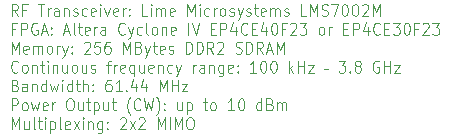
<source format=gto>
G04 #@! TF.GenerationSoftware,KiCad,Pcbnew,(2017-06-07 revision 51bed4bae)-makepkg*
G04 #@! TF.CreationDate,2017-06-10T23:55:19+02:00*
G04 #@! TF.ProjectId,Rear_Panel_76x35,526561725F50616E656C5F3736783335,rev?*
G04 #@! TF.FileFunction,Legend,Top*
G04 #@! TF.FilePolarity,Positive*
%FSLAX46Y46*%
G04 Gerber Fmt 4.6, Leading zero omitted, Abs format (unit mm)*
G04 Created by KiCad (PCBNEW (2017-06-07 revision 51bed4bae)-makepkg) date 06/10/17 23:55:19*
%MOMM*%
%LPD*%
G01*
G04 APERTURE LIST*
%ADD10C,0.150000*%
%ADD11C,0.100000*%
%ADD12C,0.700000*%
%ADD13C,1.350000*%
%ADD14C,3.000000*%
%ADD15C,0.254000*%
G04 APERTURE END LIST*
D10*
D11*
X7243571Y-8232380D02*
X6943571Y-7756190D01*
X6729285Y-8232380D02*
X6729285Y-7232380D01*
X7072142Y-7232380D01*
X7157857Y-7280000D01*
X7200714Y-7327619D01*
X7243571Y-7422857D01*
X7243571Y-7565714D01*
X7200714Y-7660952D01*
X7157857Y-7708571D01*
X7072142Y-7756190D01*
X6729285Y-7756190D01*
X7929285Y-7708571D02*
X7629285Y-7708571D01*
X7629285Y-8232380D02*
X7629285Y-7232380D01*
X8057857Y-7232380D01*
X8957857Y-7232380D02*
X9472142Y-7232380D01*
X9215000Y-8232380D02*
X9215000Y-7232380D01*
X9772142Y-8232380D02*
X9772142Y-7565714D01*
X9772142Y-7756190D02*
X9815000Y-7660952D01*
X9857857Y-7613333D01*
X9943571Y-7565714D01*
X10029285Y-7565714D01*
X10715000Y-8232380D02*
X10715000Y-7708571D01*
X10672142Y-7613333D01*
X10586428Y-7565714D01*
X10415000Y-7565714D01*
X10329285Y-7613333D01*
X10715000Y-8184761D02*
X10629285Y-8232380D01*
X10415000Y-8232380D01*
X10329285Y-8184761D01*
X10286428Y-8089523D01*
X10286428Y-7994285D01*
X10329285Y-7899047D01*
X10415000Y-7851428D01*
X10629285Y-7851428D01*
X10715000Y-7803809D01*
X11143571Y-7565714D02*
X11143571Y-8232380D01*
X11143571Y-7660952D02*
X11186428Y-7613333D01*
X11272142Y-7565714D01*
X11400714Y-7565714D01*
X11486428Y-7613333D01*
X11529285Y-7708571D01*
X11529285Y-8232380D01*
X11915000Y-8184761D02*
X12000714Y-8232380D01*
X12172142Y-8232380D01*
X12257857Y-8184761D01*
X12300714Y-8089523D01*
X12300714Y-8041904D01*
X12257857Y-7946666D01*
X12172142Y-7899047D01*
X12043571Y-7899047D01*
X11957857Y-7851428D01*
X11915000Y-7756190D01*
X11915000Y-7708571D01*
X11957857Y-7613333D01*
X12043571Y-7565714D01*
X12172142Y-7565714D01*
X12257857Y-7613333D01*
X13072142Y-8184761D02*
X12986428Y-8232380D01*
X12815000Y-8232380D01*
X12729285Y-8184761D01*
X12686428Y-8137142D01*
X12643571Y-8041904D01*
X12643571Y-7756190D01*
X12686428Y-7660952D01*
X12729285Y-7613333D01*
X12815000Y-7565714D01*
X12986428Y-7565714D01*
X13072142Y-7613333D01*
X13800714Y-8184761D02*
X13715000Y-8232380D01*
X13543571Y-8232380D01*
X13457857Y-8184761D01*
X13415000Y-8089523D01*
X13415000Y-7708571D01*
X13457857Y-7613333D01*
X13543571Y-7565714D01*
X13715000Y-7565714D01*
X13800714Y-7613333D01*
X13843571Y-7708571D01*
X13843571Y-7803809D01*
X13415000Y-7899047D01*
X14229285Y-8232380D02*
X14229285Y-7565714D01*
X14229285Y-7232380D02*
X14186428Y-7280000D01*
X14229285Y-7327619D01*
X14272142Y-7280000D01*
X14229285Y-7232380D01*
X14229285Y-7327619D01*
X14572142Y-7565714D02*
X14786428Y-8232380D01*
X15000714Y-7565714D01*
X15686428Y-8184761D02*
X15600714Y-8232380D01*
X15429285Y-8232380D01*
X15343571Y-8184761D01*
X15300714Y-8089523D01*
X15300714Y-7708571D01*
X15343571Y-7613333D01*
X15429285Y-7565714D01*
X15600714Y-7565714D01*
X15686428Y-7613333D01*
X15729285Y-7708571D01*
X15729285Y-7803809D01*
X15300714Y-7899047D01*
X16115000Y-8232380D02*
X16115000Y-7565714D01*
X16115000Y-7756190D02*
X16157857Y-7660952D01*
X16200714Y-7613333D01*
X16286428Y-7565714D01*
X16372142Y-7565714D01*
X16672142Y-8137142D02*
X16715000Y-8184761D01*
X16672142Y-8232380D01*
X16629285Y-8184761D01*
X16672142Y-8137142D01*
X16672142Y-8232380D01*
X16672142Y-7613333D02*
X16715000Y-7660952D01*
X16672142Y-7708571D01*
X16629285Y-7660952D01*
X16672142Y-7613333D01*
X16672142Y-7708571D01*
X18215000Y-8232380D02*
X17786428Y-8232380D01*
X17786428Y-7232380D01*
X18515000Y-8232380D02*
X18515000Y-7565714D01*
X18515000Y-7232380D02*
X18472142Y-7280000D01*
X18515000Y-7327619D01*
X18557857Y-7280000D01*
X18515000Y-7232380D01*
X18515000Y-7327619D01*
X18943571Y-8232380D02*
X18943571Y-7565714D01*
X18943571Y-7660952D02*
X18986428Y-7613333D01*
X19072142Y-7565714D01*
X19200714Y-7565714D01*
X19286428Y-7613333D01*
X19329285Y-7708571D01*
X19329285Y-8232380D01*
X19329285Y-7708571D02*
X19372142Y-7613333D01*
X19457857Y-7565714D01*
X19586428Y-7565714D01*
X19672142Y-7613333D01*
X19715000Y-7708571D01*
X19715000Y-8232380D01*
X20486428Y-8184761D02*
X20400714Y-8232380D01*
X20229285Y-8232380D01*
X20143571Y-8184761D01*
X20100714Y-8089523D01*
X20100714Y-7708571D01*
X20143571Y-7613333D01*
X20229285Y-7565714D01*
X20400714Y-7565714D01*
X20486428Y-7613333D01*
X20529285Y-7708571D01*
X20529285Y-7803809D01*
X20100714Y-7899047D01*
X21600714Y-8232380D02*
X21600714Y-7232380D01*
X21900714Y-7946666D01*
X22200714Y-7232380D01*
X22200714Y-8232380D01*
X22629285Y-8232380D02*
X22629285Y-7565714D01*
X22629285Y-7232380D02*
X22586428Y-7280000D01*
X22629285Y-7327619D01*
X22672142Y-7280000D01*
X22629285Y-7232380D01*
X22629285Y-7327619D01*
X23443571Y-8184761D02*
X23357857Y-8232380D01*
X23186428Y-8232380D01*
X23100714Y-8184761D01*
X23057857Y-8137142D01*
X23015000Y-8041904D01*
X23015000Y-7756190D01*
X23057857Y-7660952D01*
X23100714Y-7613333D01*
X23186428Y-7565714D01*
X23357857Y-7565714D01*
X23443571Y-7613333D01*
X23829285Y-8232380D02*
X23829285Y-7565714D01*
X23829285Y-7756190D02*
X23872142Y-7660952D01*
X23915000Y-7613333D01*
X24000714Y-7565714D01*
X24086428Y-7565714D01*
X24515000Y-8232380D02*
X24429285Y-8184761D01*
X24386428Y-8137142D01*
X24343571Y-8041904D01*
X24343571Y-7756190D01*
X24386428Y-7660952D01*
X24429285Y-7613333D01*
X24515000Y-7565714D01*
X24643571Y-7565714D01*
X24729285Y-7613333D01*
X24772142Y-7660952D01*
X24815000Y-7756190D01*
X24815000Y-8041904D01*
X24772142Y-8137142D01*
X24729285Y-8184761D01*
X24643571Y-8232380D01*
X24515000Y-8232380D01*
X25157857Y-8184761D02*
X25243571Y-8232380D01*
X25415000Y-8232380D01*
X25500714Y-8184761D01*
X25543571Y-8089523D01*
X25543571Y-8041904D01*
X25500714Y-7946666D01*
X25415000Y-7899047D01*
X25286428Y-7899047D01*
X25200714Y-7851428D01*
X25157857Y-7756190D01*
X25157857Y-7708571D01*
X25200714Y-7613333D01*
X25286428Y-7565714D01*
X25415000Y-7565714D01*
X25500714Y-7613333D01*
X25843571Y-7565714D02*
X26057857Y-8232380D01*
X26272142Y-7565714D02*
X26057857Y-8232380D01*
X25972142Y-8470476D01*
X25929285Y-8518095D01*
X25843571Y-8565714D01*
X26572142Y-8184761D02*
X26657857Y-8232380D01*
X26829285Y-8232380D01*
X26915000Y-8184761D01*
X26957857Y-8089523D01*
X26957857Y-8041904D01*
X26915000Y-7946666D01*
X26829285Y-7899047D01*
X26700714Y-7899047D01*
X26615000Y-7851428D01*
X26572142Y-7756190D01*
X26572142Y-7708571D01*
X26615000Y-7613333D01*
X26700714Y-7565714D01*
X26829285Y-7565714D01*
X26915000Y-7613333D01*
X27215000Y-7565714D02*
X27557857Y-7565714D01*
X27343571Y-7232380D02*
X27343571Y-8089523D01*
X27386428Y-8184761D01*
X27472142Y-8232380D01*
X27557857Y-8232380D01*
X28200714Y-8184761D02*
X28115000Y-8232380D01*
X27943571Y-8232380D01*
X27857857Y-8184761D01*
X27815000Y-8089523D01*
X27815000Y-7708571D01*
X27857857Y-7613333D01*
X27943571Y-7565714D01*
X28115000Y-7565714D01*
X28200714Y-7613333D01*
X28243571Y-7708571D01*
X28243571Y-7803809D01*
X27815000Y-7899047D01*
X28629285Y-8232380D02*
X28629285Y-7565714D01*
X28629285Y-7660952D02*
X28672142Y-7613333D01*
X28757857Y-7565714D01*
X28886428Y-7565714D01*
X28972142Y-7613333D01*
X29015000Y-7708571D01*
X29015000Y-8232380D01*
X29015000Y-7708571D02*
X29057857Y-7613333D01*
X29143571Y-7565714D01*
X29272142Y-7565714D01*
X29357857Y-7613333D01*
X29400714Y-7708571D01*
X29400714Y-8232380D01*
X29786428Y-8184761D02*
X29872142Y-8232380D01*
X30043571Y-8232380D01*
X30129285Y-8184761D01*
X30172142Y-8089523D01*
X30172142Y-8041904D01*
X30129285Y-7946666D01*
X30043571Y-7899047D01*
X29915000Y-7899047D01*
X29829285Y-7851428D01*
X29786428Y-7756190D01*
X29786428Y-7708571D01*
X29829285Y-7613333D01*
X29915000Y-7565714D01*
X30043571Y-7565714D01*
X30129285Y-7613333D01*
X31672142Y-8232380D02*
X31243571Y-8232380D01*
X31243571Y-7232380D01*
X31972142Y-8232380D02*
X31972142Y-7232380D01*
X32272142Y-7946666D01*
X32572142Y-7232380D01*
X32572142Y-8232380D01*
X32957857Y-8184761D02*
X33086428Y-8232380D01*
X33300714Y-8232380D01*
X33386428Y-8184761D01*
X33429285Y-8137142D01*
X33472142Y-8041904D01*
X33472142Y-7946666D01*
X33429285Y-7851428D01*
X33386428Y-7803809D01*
X33300714Y-7756190D01*
X33129285Y-7708571D01*
X33043571Y-7660952D01*
X33000714Y-7613333D01*
X32957857Y-7518095D01*
X32957857Y-7422857D01*
X33000714Y-7327619D01*
X33043571Y-7280000D01*
X33129285Y-7232380D01*
X33343571Y-7232380D01*
X33472142Y-7280000D01*
X33772142Y-7232380D02*
X34372142Y-7232380D01*
X33986428Y-8232380D01*
X34886428Y-7232380D02*
X34972142Y-7232380D01*
X35057857Y-7280000D01*
X35100714Y-7327619D01*
X35143571Y-7422857D01*
X35186428Y-7613333D01*
X35186428Y-7851428D01*
X35143571Y-8041904D01*
X35100714Y-8137142D01*
X35057857Y-8184761D01*
X34972142Y-8232380D01*
X34886428Y-8232380D01*
X34800714Y-8184761D01*
X34757857Y-8137142D01*
X34715000Y-8041904D01*
X34672142Y-7851428D01*
X34672142Y-7613333D01*
X34715000Y-7422857D01*
X34757857Y-7327619D01*
X34800714Y-7280000D01*
X34886428Y-7232380D01*
X35743571Y-7232380D02*
X35829285Y-7232380D01*
X35915000Y-7280000D01*
X35957857Y-7327619D01*
X36000714Y-7422857D01*
X36043571Y-7613333D01*
X36043571Y-7851428D01*
X36000714Y-8041904D01*
X35957857Y-8137142D01*
X35915000Y-8184761D01*
X35829285Y-8232380D01*
X35743571Y-8232380D01*
X35657857Y-8184761D01*
X35615000Y-8137142D01*
X35572142Y-8041904D01*
X35529285Y-7851428D01*
X35529285Y-7613333D01*
X35572142Y-7422857D01*
X35615000Y-7327619D01*
X35657857Y-7280000D01*
X35743571Y-7232380D01*
X36386428Y-7327619D02*
X36429285Y-7280000D01*
X36515000Y-7232380D01*
X36729285Y-7232380D01*
X36815000Y-7280000D01*
X36857857Y-7327619D01*
X36900714Y-7422857D01*
X36900714Y-7518095D01*
X36857857Y-7660952D01*
X36343571Y-8232380D01*
X36900714Y-8232380D01*
X37286428Y-8232380D02*
X37286428Y-7232380D01*
X37586428Y-7946666D01*
X37886428Y-7232380D01*
X37886428Y-8232380D01*
X7029285Y-9308571D02*
X6729285Y-9308571D01*
X6729285Y-9832380D02*
X6729285Y-8832380D01*
X7157857Y-8832380D01*
X7500714Y-9832380D02*
X7500714Y-8832380D01*
X7843571Y-8832380D01*
X7929285Y-8880000D01*
X7972142Y-8927619D01*
X8015000Y-9022857D01*
X8015000Y-9165714D01*
X7972142Y-9260952D01*
X7929285Y-9308571D01*
X7843571Y-9356190D01*
X7500714Y-9356190D01*
X8872142Y-8880000D02*
X8786428Y-8832380D01*
X8657857Y-8832380D01*
X8529285Y-8880000D01*
X8443571Y-8975238D01*
X8400714Y-9070476D01*
X8357857Y-9260952D01*
X8357857Y-9403809D01*
X8400714Y-9594285D01*
X8443571Y-9689523D01*
X8529285Y-9784761D01*
X8657857Y-9832380D01*
X8743571Y-9832380D01*
X8872142Y-9784761D01*
X8915000Y-9737142D01*
X8915000Y-9403809D01*
X8743571Y-9403809D01*
X9257857Y-9546666D02*
X9686428Y-9546666D01*
X9172142Y-9832380D02*
X9472142Y-8832380D01*
X9772142Y-9832380D01*
X10072142Y-9737142D02*
X10115000Y-9784761D01*
X10072142Y-9832380D01*
X10029285Y-9784761D01*
X10072142Y-9737142D01*
X10072142Y-9832380D01*
X10072142Y-9213333D02*
X10115000Y-9260952D01*
X10072142Y-9308571D01*
X10029285Y-9260952D01*
X10072142Y-9213333D01*
X10072142Y-9308571D01*
X11143571Y-9546666D02*
X11572142Y-9546666D01*
X11057857Y-9832380D02*
X11357857Y-8832380D01*
X11657857Y-9832380D01*
X12086428Y-9832380D02*
X12000714Y-9784761D01*
X11957857Y-9689523D01*
X11957857Y-8832380D01*
X12300714Y-9165714D02*
X12643571Y-9165714D01*
X12429285Y-8832380D02*
X12429285Y-9689523D01*
X12472142Y-9784761D01*
X12557857Y-9832380D01*
X12643571Y-9832380D01*
X13286428Y-9784761D02*
X13200714Y-9832380D01*
X13029285Y-9832380D01*
X12943571Y-9784761D01*
X12900714Y-9689523D01*
X12900714Y-9308571D01*
X12943571Y-9213333D01*
X13029285Y-9165714D01*
X13200714Y-9165714D01*
X13286428Y-9213333D01*
X13329285Y-9308571D01*
X13329285Y-9403809D01*
X12900714Y-9499047D01*
X13715000Y-9832380D02*
X13715000Y-9165714D01*
X13715000Y-9356190D02*
X13757857Y-9260952D01*
X13800714Y-9213333D01*
X13886428Y-9165714D01*
X13972142Y-9165714D01*
X14657857Y-9832380D02*
X14657857Y-9308571D01*
X14615000Y-9213333D01*
X14529285Y-9165714D01*
X14357857Y-9165714D01*
X14272142Y-9213333D01*
X14657857Y-9784761D02*
X14572142Y-9832380D01*
X14357857Y-9832380D01*
X14272142Y-9784761D01*
X14229285Y-9689523D01*
X14229285Y-9594285D01*
X14272142Y-9499047D01*
X14357857Y-9451428D01*
X14572142Y-9451428D01*
X14657857Y-9403809D01*
X16286428Y-9737142D02*
X16243571Y-9784761D01*
X16115000Y-9832380D01*
X16029285Y-9832380D01*
X15900714Y-9784761D01*
X15815000Y-9689523D01*
X15772142Y-9594285D01*
X15729285Y-9403809D01*
X15729285Y-9260952D01*
X15772142Y-9070476D01*
X15815000Y-8975238D01*
X15900714Y-8880000D01*
X16029285Y-8832380D01*
X16115000Y-8832380D01*
X16243571Y-8880000D01*
X16286428Y-8927619D01*
X16586428Y-9165714D02*
X16800714Y-9832380D01*
X17015000Y-9165714D02*
X16800714Y-9832380D01*
X16715000Y-10070476D01*
X16672142Y-10118095D01*
X16586428Y-10165714D01*
X17743571Y-9784761D02*
X17657857Y-9832380D01*
X17486428Y-9832380D01*
X17400714Y-9784761D01*
X17357857Y-9737142D01*
X17315000Y-9641904D01*
X17315000Y-9356190D01*
X17357857Y-9260952D01*
X17400714Y-9213333D01*
X17486428Y-9165714D01*
X17657857Y-9165714D01*
X17743571Y-9213333D01*
X18257857Y-9832380D02*
X18172142Y-9784761D01*
X18129285Y-9689523D01*
X18129285Y-8832380D01*
X18729285Y-9832380D02*
X18643571Y-9784761D01*
X18600714Y-9737142D01*
X18557857Y-9641904D01*
X18557857Y-9356190D01*
X18600714Y-9260952D01*
X18643571Y-9213333D01*
X18729285Y-9165714D01*
X18857857Y-9165714D01*
X18943571Y-9213333D01*
X18986428Y-9260952D01*
X19029285Y-9356190D01*
X19029285Y-9641904D01*
X18986428Y-9737142D01*
X18943571Y-9784761D01*
X18857857Y-9832380D01*
X18729285Y-9832380D01*
X19415000Y-9165714D02*
X19415000Y-9832380D01*
X19415000Y-9260952D02*
X19457857Y-9213333D01*
X19543571Y-9165714D01*
X19672142Y-9165714D01*
X19757857Y-9213333D01*
X19800714Y-9308571D01*
X19800714Y-9832380D01*
X20572142Y-9784761D02*
X20486428Y-9832380D01*
X20315000Y-9832380D01*
X20229285Y-9784761D01*
X20186428Y-9689523D01*
X20186428Y-9308571D01*
X20229285Y-9213333D01*
X20315000Y-9165714D01*
X20486428Y-9165714D01*
X20572142Y-9213333D01*
X20615000Y-9308571D01*
X20615000Y-9403809D01*
X20186428Y-9499047D01*
X21686428Y-9832380D02*
X21686428Y-8832380D01*
X21986428Y-8832380D02*
X22286428Y-9832380D01*
X22586428Y-8832380D01*
X23572142Y-9308571D02*
X23872142Y-9308571D01*
X24000714Y-9832380D02*
X23572142Y-9832380D01*
X23572142Y-8832380D01*
X24000714Y-8832380D01*
X24386428Y-9832380D02*
X24386428Y-8832380D01*
X24729285Y-8832380D01*
X24815000Y-8880000D01*
X24857857Y-8927619D01*
X24900714Y-9022857D01*
X24900714Y-9165714D01*
X24857857Y-9260952D01*
X24815000Y-9308571D01*
X24729285Y-9356190D01*
X24386428Y-9356190D01*
X25672142Y-9165714D02*
X25672142Y-9832380D01*
X25457857Y-8784761D02*
X25243571Y-9499047D01*
X25800714Y-9499047D01*
X26657857Y-9737142D02*
X26615000Y-9784761D01*
X26486428Y-9832380D01*
X26400714Y-9832380D01*
X26272142Y-9784761D01*
X26186428Y-9689523D01*
X26143571Y-9594285D01*
X26100714Y-9403809D01*
X26100714Y-9260952D01*
X26143571Y-9070476D01*
X26186428Y-8975238D01*
X26272142Y-8880000D01*
X26400714Y-8832380D01*
X26486428Y-8832380D01*
X26615000Y-8880000D01*
X26657857Y-8927619D01*
X27043571Y-9308571D02*
X27343571Y-9308571D01*
X27472142Y-9832380D02*
X27043571Y-9832380D01*
X27043571Y-8832380D01*
X27472142Y-8832380D01*
X28243571Y-9165714D02*
X28243571Y-9832380D01*
X28029285Y-8784761D02*
X27815000Y-9499047D01*
X28372142Y-9499047D01*
X28886428Y-8832380D02*
X28972142Y-8832380D01*
X29057857Y-8880000D01*
X29100714Y-8927619D01*
X29143571Y-9022857D01*
X29186428Y-9213333D01*
X29186428Y-9451428D01*
X29143571Y-9641904D01*
X29100714Y-9737142D01*
X29057857Y-9784761D01*
X28972142Y-9832380D01*
X28886428Y-9832380D01*
X28800714Y-9784761D01*
X28757857Y-9737142D01*
X28715000Y-9641904D01*
X28672142Y-9451428D01*
X28672142Y-9213333D01*
X28715000Y-9022857D01*
X28757857Y-8927619D01*
X28800714Y-8880000D01*
X28886428Y-8832380D01*
X29872142Y-9308571D02*
X29572142Y-9308571D01*
X29572142Y-9832380D02*
X29572142Y-8832380D01*
X30000714Y-8832380D01*
X30300714Y-8927619D02*
X30343571Y-8880000D01*
X30429285Y-8832380D01*
X30643571Y-8832380D01*
X30729285Y-8880000D01*
X30772142Y-8927619D01*
X30815000Y-9022857D01*
X30815000Y-9118095D01*
X30772142Y-9260952D01*
X30257857Y-9832380D01*
X30815000Y-9832380D01*
X31115000Y-8832380D02*
X31672142Y-8832380D01*
X31372142Y-9213333D01*
X31500714Y-9213333D01*
X31586428Y-9260952D01*
X31629285Y-9308571D01*
X31672142Y-9403809D01*
X31672142Y-9641904D01*
X31629285Y-9737142D01*
X31586428Y-9784761D01*
X31500714Y-9832380D01*
X31243571Y-9832380D01*
X31157857Y-9784761D01*
X31115000Y-9737142D01*
X32872142Y-9832380D02*
X32786428Y-9784761D01*
X32743571Y-9737142D01*
X32700714Y-9641904D01*
X32700714Y-9356190D01*
X32743571Y-9260952D01*
X32786428Y-9213333D01*
X32872142Y-9165714D01*
X33000714Y-9165714D01*
X33086428Y-9213333D01*
X33129285Y-9260952D01*
X33172142Y-9356190D01*
X33172142Y-9641904D01*
X33129285Y-9737142D01*
X33086428Y-9784761D01*
X33000714Y-9832380D01*
X32872142Y-9832380D01*
X33557857Y-9832380D02*
X33557857Y-9165714D01*
X33557857Y-9356190D02*
X33600714Y-9260952D01*
X33643571Y-9213333D01*
X33729285Y-9165714D01*
X33815000Y-9165714D01*
X34800714Y-9308571D02*
X35100714Y-9308571D01*
X35229285Y-9832380D02*
X34800714Y-9832380D01*
X34800714Y-8832380D01*
X35229285Y-8832380D01*
X35615000Y-9832380D02*
X35615000Y-8832380D01*
X35957857Y-8832380D01*
X36043571Y-8880000D01*
X36086428Y-8927619D01*
X36129285Y-9022857D01*
X36129285Y-9165714D01*
X36086428Y-9260952D01*
X36043571Y-9308571D01*
X35957857Y-9356190D01*
X35615000Y-9356190D01*
X36900714Y-9165714D02*
X36900714Y-9832380D01*
X36686428Y-8784761D02*
X36472142Y-9499047D01*
X37029285Y-9499047D01*
X37886428Y-9737142D02*
X37843571Y-9784761D01*
X37715000Y-9832380D01*
X37629285Y-9832380D01*
X37500714Y-9784761D01*
X37415000Y-9689523D01*
X37372142Y-9594285D01*
X37329285Y-9403809D01*
X37329285Y-9260952D01*
X37372142Y-9070476D01*
X37415000Y-8975238D01*
X37500714Y-8880000D01*
X37629285Y-8832380D01*
X37715000Y-8832380D01*
X37843571Y-8880000D01*
X37886428Y-8927619D01*
X38272142Y-9308571D02*
X38572142Y-9308571D01*
X38700714Y-9832380D02*
X38272142Y-9832380D01*
X38272142Y-8832380D01*
X38700714Y-8832380D01*
X39000714Y-8832380D02*
X39557857Y-8832380D01*
X39257857Y-9213333D01*
X39386428Y-9213333D01*
X39472142Y-9260952D01*
X39515000Y-9308571D01*
X39557857Y-9403809D01*
X39557857Y-9641904D01*
X39515000Y-9737142D01*
X39472142Y-9784761D01*
X39386428Y-9832380D01*
X39129285Y-9832380D01*
X39043571Y-9784761D01*
X39000714Y-9737142D01*
X40115000Y-8832380D02*
X40200714Y-8832380D01*
X40286428Y-8880000D01*
X40329285Y-8927619D01*
X40372142Y-9022857D01*
X40415000Y-9213333D01*
X40415000Y-9451428D01*
X40372142Y-9641904D01*
X40329285Y-9737142D01*
X40286428Y-9784761D01*
X40200714Y-9832380D01*
X40115000Y-9832380D01*
X40029285Y-9784761D01*
X39986428Y-9737142D01*
X39943571Y-9641904D01*
X39900714Y-9451428D01*
X39900714Y-9213333D01*
X39943571Y-9022857D01*
X39986428Y-8927619D01*
X40029285Y-8880000D01*
X40115000Y-8832380D01*
X41100714Y-9308571D02*
X40800714Y-9308571D01*
X40800714Y-9832380D02*
X40800714Y-8832380D01*
X41229285Y-8832380D01*
X41529285Y-8927619D02*
X41572142Y-8880000D01*
X41657857Y-8832380D01*
X41872142Y-8832380D01*
X41957857Y-8880000D01*
X42000714Y-8927619D01*
X42043571Y-9022857D01*
X42043571Y-9118095D01*
X42000714Y-9260952D01*
X41486428Y-9832380D01*
X42043571Y-9832380D01*
X42343571Y-8832380D02*
X42900714Y-8832380D01*
X42600714Y-9213333D01*
X42729285Y-9213333D01*
X42815000Y-9260952D01*
X42857857Y-9308571D01*
X42900714Y-9403809D01*
X42900714Y-9641904D01*
X42857857Y-9737142D01*
X42815000Y-9784761D01*
X42729285Y-9832380D01*
X42472142Y-9832380D01*
X42386428Y-9784761D01*
X42343571Y-9737142D01*
X6729285Y-11432380D02*
X6729285Y-10432380D01*
X7029285Y-11146666D01*
X7329285Y-10432380D01*
X7329285Y-11432380D01*
X8100714Y-11384761D02*
X8015000Y-11432380D01*
X7843571Y-11432380D01*
X7757857Y-11384761D01*
X7715000Y-11289523D01*
X7715000Y-10908571D01*
X7757857Y-10813333D01*
X7843571Y-10765714D01*
X8015000Y-10765714D01*
X8100714Y-10813333D01*
X8143571Y-10908571D01*
X8143571Y-11003809D01*
X7715000Y-11099047D01*
X8529285Y-11432380D02*
X8529285Y-10765714D01*
X8529285Y-10860952D02*
X8572142Y-10813333D01*
X8657857Y-10765714D01*
X8786428Y-10765714D01*
X8872142Y-10813333D01*
X8915000Y-10908571D01*
X8915000Y-11432380D01*
X8915000Y-10908571D02*
X8957857Y-10813333D01*
X9043571Y-10765714D01*
X9172142Y-10765714D01*
X9257857Y-10813333D01*
X9300714Y-10908571D01*
X9300714Y-11432380D01*
X9857857Y-11432380D02*
X9772142Y-11384761D01*
X9729285Y-11337142D01*
X9686428Y-11241904D01*
X9686428Y-10956190D01*
X9729285Y-10860952D01*
X9772142Y-10813333D01*
X9857857Y-10765714D01*
X9986428Y-10765714D01*
X10072142Y-10813333D01*
X10115000Y-10860952D01*
X10157857Y-10956190D01*
X10157857Y-11241904D01*
X10115000Y-11337142D01*
X10072142Y-11384761D01*
X9986428Y-11432380D01*
X9857857Y-11432380D01*
X10543571Y-11432380D02*
X10543571Y-10765714D01*
X10543571Y-10956190D02*
X10586428Y-10860952D01*
X10629285Y-10813333D01*
X10715000Y-10765714D01*
X10800714Y-10765714D01*
X11015000Y-10765714D02*
X11229285Y-11432380D01*
X11443571Y-10765714D02*
X11229285Y-11432380D01*
X11143571Y-11670476D01*
X11100714Y-11718095D01*
X11015000Y-11765714D01*
X11786428Y-11337142D02*
X11829285Y-11384761D01*
X11786428Y-11432380D01*
X11743571Y-11384761D01*
X11786428Y-11337142D01*
X11786428Y-11432380D01*
X11786428Y-10813333D02*
X11829285Y-10860952D01*
X11786428Y-10908571D01*
X11743571Y-10860952D01*
X11786428Y-10813333D01*
X11786428Y-10908571D01*
X12857857Y-10527619D02*
X12900714Y-10480000D01*
X12986428Y-10432380D01*
X13200714Y-10432380D01*
X13286428Y-10480000D01*
X13329285Y-10527619D01*
X13372142Y-10622857D01*
X13372142Y-10718095D01*
X13329285Y-10860952D01*
X12815000Y-11432380D01*
X13372142Y-11432380D01*
X14186428Y-10432380D02*
X13757857Y-10432380D01*
X13715000Y-10908571D01*
X13757857Y-10860952D01*
X13843571Y-10813333D01*
X14057857Y-10813333D01*
X14143571Y-10860952D01*
X14186428Y-10908571D01*
X14229285Y-11003809D01*
X14229285Y-11241904D01*
X14186428Y-11337142D01*
X14143571Y-11384761D01*
X14057857Y-11432380D01*
X13843571Y-11432380D01*
X13757857Y-11384761D01*
X13715000Y-11337142D01*
X15000714Y-10432380D02*
X14829285Y-10432380D01*
X14743571Y-10480000D01*
X14700714Y-10527619D01*
X14615000Y-10670476D01*
X14572142Y-10860952D01*
X14572142Y-11241904D01*
X14615000Y-11337142D01*
X14657857Y-11384761D01*
X14743571Y-11432380D01*
X14915000Y-11432380D01*
X15000714Y-11384761D01*
X15043571Y-11337142D01*
X15086428Y-11241904D01*
X15086428Y-11003809D01*
X15043571Y-10908571D01*
X15000714Y-10860952D01*
X14915000Y-10813333D01*
X14743571Y-10813333D01*
X14657857Y-10860952D01*
X14615000Y-10908571D01*
X14572142Y-11003809D01*
X16157857Y-11432380D02*
X16157857Y-10432380D01*
X16457857Y-11146666D01*
X16757857Y-10432380D01*
X16757857Y-11432380D01*
X17486428Y-10908571D02*
X17615000Y-10956190D01*
X17657857Y-11003809D01*
X17700714Y-11099047D01*
X17700714Y-11241904D01*
X17657857Y-11337142D01*
X17615000Y-11384761D01*
X17529285Y-11432380D01*
X17186428Y-11432380D01*
X17186428Y-10432380D01*
X17486428Y-10432380D01*
X17572142Y-10480000D01*
X17615000Y-10527619D01*
X17657857Y-10622857D01*
X17657857Y-10718095D01*
X17615000Y-10813333D01*
X17572142Y-10860952D01*
X17486428Y-10908571D01*
X17186428Y-10908571D01*
X18000714Y-10765714D02*
X18215000Y-11432380D01*
X18429285Y-10765714D02*
X18215000Y-11432380D01*
X18129285Y-11670476D01*
X18086428Y-11718095D01*
X18000714Y-11765714D01*
X18643571Y-10765714D02*
X18986428Y-10765714D01*
X18772142Y-10432380D02*
X18772142Y-11289523D01*
X18815000Y-11384761D01*
X18900714Y-11432380D01*
X18986428Y-11432380D01*
X19629285Y-11384761D02*
X19543571Y-11432380D01*
X19372142Y-11432380D01*
X19286428Y-11384761D01*
X19243571Y-11289523D01*
X19243571Y-10908571D01*
X19286428Y-10813333D01*
X19372142Y-10765714D01*
X19543571Y-10765714D01*
X19629285Y-10813333D01*
X19672142Y-10908571D01*
X19672142Y-11003809D01*
X19243571Y-11099047D01*
X20015000Y-11384761D02*
X20100714Y-11432380D01*
X20272142Y-11432380D01*
X20357857Y-11384761D01*
X20400714Y-11289523D01*
X20400714Y-11241904D01*
X20357857Y-11146666D01*
X20272142Y-11099047D01*
X20143571Y-11099047D01*
X20057857Y-11051428D01*
X20015000Y-10956190D01*
X20015000Y-10908571D01*
X20057857Y-10813333D01*
X20143571Y-10765714D01*
X20272142Y-10765714D01*
X20357857Y-10813333D01*
X21472142Y-11432380D02*
X21472142Y-10432380D01*
X21686428Y-10432380D01*
X21815000Y-10480000D01*
X21900714Y-10575238D01*
X21943571Y-10670476D01*
X21986428Y-10860952D01*
X21986428Y-11003809D01*
X21943571Y-11194285D01*
X21900714Y-11289523D01*
X21815000Y-11384761D01*
X21686428Y-11432380D01*
X21472142Y-11432380D01*
X22372142Y-11432380D02*
X22372142Y-10432380D01*
X22586428Y-10432380D01*
X22715000Y-10480000D01*
X22800714Y-10575238D01*
X22843571Y-10670476D01*
X22886428Y-10860952D01*
X22886428Y-11003809D01*
X22843571Y-11194285D01*
X22800714Y-11289523D01*
X22715000Y-11384761D01*
X22586428Y-11432380D01*
X22372142Y-11432380D01*
X23786428Y-11432380D02*
X23486428Y-10956190D01*
X23272142Y-11432380D02*
X23272142Y-10432380D01*
X23615000Y-10432380D01*
X23700714Y-10480000D01*
X23743571Y-10527619D01*
X23786428Y-10622857D01*
X23786428Y-10765714D01*
X23743571Y-10860952D01*
X23700714Y-10908571D01*
X23615000Y-10956190D01*
X23272142Y-10956190D01*
X24129285Y-10527619D02*
X24172142Y-10480000D01*
X24257857Y-10432380D01*
X24472142Y-10432380D01*
X24557857Y-10480000D01*
X24600714Y-10527619D01*
X24643571Y-10622857D01*
X24643571Y-10718095D01*
X24600714Y-10860952D01*
X24086428Y-11432380D01*
X24643571Y-11432380D01*
X25672142Y-11384761D02*
X25800714Y-11432380D01*
X26015000Y-11432380D01*
X26100714Y-11384761D01*
X26143571Y-11337142D01*
X26186428Y-11241904D01*
X26186428Y-11146666D01*
X26143571Y-11051428D01*
X26100714Y-11003809D01*
X26015000Y-10956190D01*
X25843571Y-10908571D01*
X25757857Y-10860952D01*
X25715000Y-10813333D01*
X25672142Y-10718095D01*
X25672142Y-10622857D01*
X25715000Y-10527619D01*
X25757857Y-10480000D01*
X25843571Y-10432380D01*
X26057857Y-10432380D01*
X26186428Y-10480000D01*
X26572142Y-11432380D02*
X26572142Y-10432380D01*
X26786428Y-10432380D01*
X26915000Y-10480000D01*
X27000714Y-10575238D01*
X27043571Y-10670476D01*
X27086428Y-10860952D01*
X27086428Y-11003809D01*
X27043571Y-11194285D01*
X27000714Y-11289523D01*
X26915000Y-11384761D01*
X26786428Y-11432380D01*
X26572142Y-11432380D01*
X27986428Y-11432380D02*
X27686428Y-10956190D01*
X27472142Y-11432380D02*
X27472142Y-10432380D01*
X27815000Y-10432380D01*
X27900714Y-10480000D01*
X27943571Y-10527619D01*
X27986428Y-10622857D01*
X27986428Y-10765714D01*
X27943571Y-10860952D01*
X27900714Y-10908571D01*
X27815000Y-10956190D01*
X27472142Y-10956190D01*
X28329285Y-11146666D02*
X28757857Y-11146666D01*
X28243571Y-11432380D02*
X28543571Y-10432380D01*
X28843571Y-11432380D01*
X29143571Y-11432380D02*
X29143571Y-10432380D01*
X29443571Y-11146666D01*
X29743571Y-10432380D01*
X29743571Y-11432380D01*
X7243571Y-12937142D02*
X7200714Y-12984761D01*
X7072142Y-13032380D01*
X6986428Y-13032380D01*
X6857857Y-12984761D01*
X6772142Y-12889523D01*
X6729285Y-12794285D01*
X6686428Y-12603809D01*
X6686428Y-12460952D01*
X6729285Y-12270476D01*
X6772142Y-12175238D01*
X6857857Y-12080000D01*
X6986428Y-12032380D01*
X7072142Y-12032380D01*
X7200714Y-12080000D01*
X7243571Y-12127619D01*
X7757857Y-13032380D02*
X7672142Y-12984761D01*
X7629285Y-12937142D01*
X7586428Y-12841904D01*
X7586428Y-12556190D01*
X7629285Y-12460952D01*
X7672142Y-12413333D01*
X7757857Y-12365714D01*
X7886428Y-12365714D01*
X7972142Y-12413333D01*
X8015000Y-12460952D01*
X8057857Y-12556190D01*
X8057857Y-12841904D01*
X8015000Y-12937142D01*
X7972142Y-12984761D01*
X7886428Y-13032380D01*
X7757857Y-13032380D01*
X8443571Y-12365714D02*
X8443571Y-13032380D01*
X8443571Y-12460952D02*
X8486428Y-12413333D01*
X8572142Y-12365714D01*
X8700714Y-12365714D01*
X8786428Y-12413333D01*
X8829285Y-12508571D01*
X8829285Y-13032380D01*
X9129285Y-12365714D02*
X9472142Y-12365714D01*
X9257857Y-12032380D02*
X9257857Y-12889523D01*
X9300714Y-12984761D01*
X9386428Y-13032380D01*
X9472142Y-13032380D01*
X9772142Y-13032380D02*
X9772142Y-12365714D01*
X9772142Y-12032380D02*
X9729285Y-12080000D01*
X9772142Y-12127619D01*
X9815000Y-12080000D01*
X9772142Y-12032380D01*
X9772142Y-12127619D01*
X10200714Y-12365714D02*
X10200714Y-13032380D01*
X10200714Y-12460952D02*
X10243571Y-12413333D01*
X10329285Y-12365714D01*
X10457857Y-12365714D01*
X10543571Y-12413333D01*
X10586428Y-12508571D01*
X10586428Y-13032380D01*
X11400714Y-12365714D02*
X11400714Y-13032380D01*
X11015000Y-12365714D02*
X11015000Y-12889523D01*
X11057857Y-12984761D01*
X11143571Y-13032380D01*
X11272142Y-13032380D01*
X11357857Y-12984761D01*
X11400714Y-12937142D01*
X11957857Y-13032380D02*
X11872142Y-12984761D01*
X11829285Y-12937142D01*
X11786428Y-12841904D01*
X11786428Y-12556190D01*
X11829285Y-12460952D01*
X11872142Y-12413333D01*
X11957857Y-12365714D01*
X12086428Y-12365714D01*
X12172142Y-12413333D01*
X12215000Y-12460952D01*
X12257857Y-12556190D01*
X12257857Y-12841904D01*
X12215000Y-12937142D01*
X12172142Y-12984761D01*
X12086428Y-13032380D01*
X11957857Y-13032380D01*
X13029285Y-12365714D02*
X13029285Y-13032380D01*
X12643571Y-12365714D02*
X12643571Y-12889523D01*
X12686428Y-12984761D01*
X12772142Y-13032380D01*
X12900714Y-13032380D01*
X12986428Y-12984761D01*
X13029285Y-12937142D01*
X13415000Y-12984761D02*
X13500714Y-13032380D01*
X13672142Y-13032380D01*
X13757857Y-12984761D01*
X13800714Y-12889523D01*
X13800714Y-12841904D01*
X13757857Y-12746666D01*
X13672142Y-12699047D01*
X13543571Y-12699047D01*
X13457857Y-12651428D01*
X13415000Y-12556190D01*
X13415000Y-12508571D01*
X13457857Y-12413333D01*
X13543571Y-12365714D01*
X13672142Y-12365714D01*
X13757857Y-12413333D01*
X14743571Y-12365714D02*
X15086428Y-12365714D01*
X14872142Y-13032380D02*
X14872142Y-12175238D01*
X14915000Y-12080000D01*
X15000714Y-12032380D01*
X15086428Y-12032380D01*
X15386428Y-13032380D02*
X15386428Y-12365714D01*
X15386428Y-12556190D02*
X15429285Y-12460952D01*
X15472142Y-12413333D01*
X15557857Y-12365714D01*
X15643571Y-12365714D01*
X16286428Y-12984761D02*
X16200714Y-13032380D01*
X16029285Y-13032380D01*
X15943571Y-12984761D01*
X15900714Y-12889523D01*
X15900714Y-12508571D01*
X15943571Y-12413333D01*
X16029285Y-12365714D01*
X16200714Y-12365714D01*
X16286428Y-12413333D01*
X16329285Y-12508571D01*
X16329285Y-12603809D01*
X15900714Y-12699047D01*
X17100714Y-12365714D02*
X17100714Y-13365714D01*
X17100714Y-12984761D02*
X17015000Y-13032380D01*
X16843571Y-13032380D01*
X16757857Y-12984761D01*
X16715000Y-12937142D01*
X16672142Y-12841904D01*
X16672142Y-12556190D01*
X16715000Y-12460952D01*
X16757857Y-12413333D01*
X16843571Y-12365714D01*
X17015000Y-12365714D01*
X17100714Y-12413333D01*
X17915000Y-12365714D02*
X17915000Y-13032380D01*
X17529285Y-12365714D02*
X17529285Y-12889523D01*
X17572142Y-12984761D01*
X17657857Y-13032380D01*
X17786428Y-13032380D01*
X17872142Y-12984761D01*
X17915000Y-12937142D01*
X18686428Y-12984761D02*
X18600714Y-13032380D01*
X18429285Y-13032380D01*
X18343571Y-12984761D01*
X18300714Y-12889523D01*
X18300714Y-12508571D01*
X18343571Y-12413333D01*
X18429285Y-12365714D01*
X18600714Y-12365714D01*
X18686428Y-12413333D01*
X18729285Y-12508571D01*
X18729285Y-12603809D01*
X18300714Y-12699047D01*
X19115000Y-12365714D02*
X19115000Y-13032380D01*
X19115000Y-12460952D02*
X19157857Y-12413333D01*
X19243571Y-12365714D01*
X19372142Y-12365714D01*
X19457857Y-12413333D01*
X19500714Y-12508571D01*
X19500714Y-13032380D01*
X20315000Y-12984761D02*
X20229285Y-13032380D01*
X20057857Y-13032380D01*
X19972142Y-12984761D01*
X19929285Y-12937142D01*
X19886428Y-12841904D01*
X19886428Y-12556190D01*
X19929285Y-12460952D01*
X19972142Y-12413333D01*
X20057857Y-12365714D01*
X20229285Y-12365714D01*
X20315000Y-12413333D01*
X20615000Y-12365714D02*
X20829285Y-13032380D01*
X21043571Y-12365714D02*
X20829285Y-13032380D01*
X20743571Y-13270476D01*
X20700714Y-13318095D01*
X20615000Y-13365714D01*
X22072142Y-13032380D02*
X22072142Y-12365714D01*
X22072142Y-12556190D02*
X22115000Y-12460952D01*
X22157857Y-12413333D01*
X22243571Y-12365714D01*
X22329285Y-12365714D01*
X23015000Y-13032380D02*
X23015000Y-12508571D01*
X22972142Y-12413333D01*
X22886428Y-12365714D01*
X22715000Y-12365714D01*
X22629285Y-12413333D01*
X23015000Y-12984761D02*
X22929285Y-13032380D01*
X22715000Y-13032380D01*
X22629285Y-12984761D01*
X22586428Y-12889523D01*
X22586428Y-12794285D01*
X22629285Y-12699047D01*
X22715000Y-12651428D01*
X22929285Y-12651428D01*
X23015000Y-12603809D01*
X23443571Y-12365714D02*
X23443571Y-13032380D01*
X23443571Y-12460952D02*
X23486428Y-12413333D01*
X23572142Y-12365714D01*
X23700714Y-12365714D01*
X23786428Y-12413333D01*
X23829285Y-12508571D01*
X23829285Y-13032380D01*
X24643571Y-12365714D02*
X24643571Y-13175238D01*
X24600714Y-13270476D01*
X24557857Y-13318095D01*
X24472142Y-13365714D01*
X24343571Y-13365714D01*
X24257857Y-13318095D01*
X24643571Y-12984761D02*
X24557857Y-13032380D01*
X24386428Y-13032380D01*
X24300714Y-12984761D01*
X24257857Y-12937142D01*
X24215000Y-12841904D01*
X24215000Y-12556190D01*
X24257857Y-12460952D01*
X24300714Y-12413333D01*
X24386428Y-12365714D01*
X24557857Y-12365714D01*
X24643571Y-12413333D01*
X25415000Y-12984761D02*
X25329285Y-13032380D01*
X25157857Y-13032380D01*
X25072142Y-12984761D01*
X25029285Y-12889523D01*
X25029285Y-12508571D01*
X25072142Y-12413333D01*
X25157857Y-12365714D01*
X25329285Y-12365714D01*
X25415000Y-12413333D01*
X25457857Y-12508571D01*
X25457857Y-12603809D01*
X25029285Y-12699047D01*
X25843571Y-12937142D02*
X25886428Y-12984761D01*
X25843571Y-13032380D01*
X25800714Y-12984761D01*
X25843571Y-12937142D01*
X25843571Y-13032380D01*
X25843571Y-12413333D02*
X25886428Y-12460952D01*
X25843571Y-12508571D01*
X25800714Y-12460952D01*
X25843571Y-12413333D01*
X25843571Y-12508571D01*
X27429285Y-13032380D02*
X26915000Y-13032380D01*
X27172142Y-13032380D02*
X27172142Y-12032380D01*
X27086428Y-12175238D01*
X27000714Y-12270476D01*
X26915000Y-12318095D01*
X27986428Y-12032380D02*
X28072142Y-12032380D01*
X28157857Y-12080000D01*
X28200714Y-12127619D01*
X28243571Y-12222857D01*
X28286428Y-12413333D01*
X28286428Y-12651428D01*
X28243571Y-12841904D01*
X28200714Y-12937142D01*
X28157857Y-12984761D01*
X28072142Y-13032380D01*
X27986428Y-13032380D01*
X27900714Y-12984761D01*
X27857857Y-12937142D01*
X27815000Y-12841904D01*
X27772142Y-12651428D01*
X27772142Y-12413333D01*
X27815000Y-12222857D01*
X27857857Y-12127619D01*
X27900714Y-12080000D01*
X27986428Y-12032380D01*
X28843571Y-12032380D02*
X28929285Y-12032380D01*
X29015000Y-12080000D01*
X29057857Y-12127619D01*
X29100714Y-12222857D01*
X29143571Y-12413333D01*
X29143571Y-12651428D01*
X29100714Y-12841904D01*
X29057857Y-12937142D01*
X29015000Y-12984761D01*
X28929285Y-13032380D01*
X28843571Y-13032380D01*
X28757857Y-12984761D01*
X28715000Y-12937142D01*
X28672142Y-12841904D01*
X28629285Y-12651428D01*
X28629285Y-12413333D01*
X28672142Y-12222857D01*
X28715000Y-12127619D01*
X28757857Y-12080000D01*
X28843571Y-12032380D01*
X30215000Y-13032380D02*
X30215000Y-12032380D01*
X30300714Y-12651428D02*
X30557857Y-13032380D01*
X30557857Y-12365714D02*
X30215000Y-12746666D01*
X30943571Y-13032380D02*
X30943571Y-12032380D01*
X30943571Y-12508571D02*
X31457857Y-12508571D01*
X31457857Y-13032380D02*
X31457857Y-12032380D01*
X31800714Y-12365714D02*
X32272142Y-12365714D01*
X31800714Y-13032380D01*
X32272142Y-13032380D01*
X33515000Y-12699047D02*
X33172142Y-12699047D01*
X34415000Y-12032380D02*
X34972142Y-12032380D01*
X34672142Y-12413333D01*
X34800714Y-12413333D01*
X34886428Y-12460952D01*
X34929285Y-12508571D01*
X34972142Y-12603809D01*
X34972142Y-12841904D01*
X34929285Y-12937142D01*
X34886428Y-12984761D01*
X34800714Y-13032380D01*
X34543571Y-13032380D01*
X34457857Y-12984761D01*
X34415000Y-12937142D01*
X35357857Y-12937142D02*
X35400714Y-12984761D01*
X35357857Y-13032380D01*
X35315000Y-12984761D01*
X35357857Y-12937142D01*
X35357857Y-13032380D01*
X35915000Y-12460952D02*
X35829285Y-12413333D01*
X35786428Y-12365714D01*
X35743571Y-12270476D01*
X35743571Y-12222857D01*
X35786428Y-12127619D01*
X35829285Y-12080000D01*
X35915000Y-12032380D01*
X36086428Y-12032380D01*
X36172142Y-12080000D01*
X36215000Y-12127619D01*
X36257857Y-12222857D01*
X36257857Y-12270476D01*
X36215000Y-12365714D01*
X36172142Y-12413333D01*
X36086428Y-12460952D01*
X35915000Y-12460952D01*
X35829285Y-12508571D01*
X35786428Y-12556190D01*
X35743571Y-12651428D01*
X35743571Y-12841904D01*
X35786428Y-12937142D01*
X35829285Y-12984761D01*
X35915000Y-13032380D01*
X36086428Y-13032380D01*
X36172142Y-12984761D01*
X36215000Y-12937142D01*
X36257857Y-12841904D01*
X36257857Y-12651428D01*
X36215000Y-12556190D01*
X36172142Y-12508571D01*
X36086428Y-12460952D01*
X37800714Y-12080000D02*
X37715000Y-12032380D01*
X37586428Y-12032380D01*
X37457857Y-12080000D01*
X37372142Y-12175238D01*
X37329285Y-12270476D01*
X37286428Y-12460952D01*
X37286428Y-12603809D01*
X37329285Y-12794285D01*
X37372142Y-12889523D01*
X37457857Y-12984761D01*
X37586428Y-13032380D01*
X37672142Y-13032380D01*
X37800714Y-12984761D01*
X37843571Y-12937142D01*
X37843571Y-12603809D01*
X37672142Y-12603809D01*
X38229285Y-13032380D02*
X38229285Y-12032380D01*
X38229285Y-12508571D02*
X38743571Y-12508571D01*
X38743571Y-13032380D02*
X38743571Y-12032380D01*
X39086428Y-12365714D02*
X39557857Y-12365714D01*
X39086428Y-13032380D01*
X39557857Y-13032380D01*
X7029285Y-14108571D02*
X7157857Y-14156190D01*
X7200714Y-14203809D01*
X7243571Y-14299047D01*
X7243571Y-14441904D01*
X7200714Y-14537142D01*
X7157857Y-14584761D01*
X7072142Y-14632380D01*
X6729285Y-14632380D01*
X6729285Y-13632380D01*
X7029285Y-13632380D01*
X7115000Y-13680000D01*
X7157857Y-13727619D01*
X7200714Y-13822857D01*
X7200714Y-13918095D01*
X7157857Y-14013333D01*
X7115000Y-14060952D01*
X7029285Y-14108571D01*
X6729285Y-14108571D01*
X8015000Y-14632380D02*
X8015000Y-14108571D01*
X7972142Y-14013333D01*
X7886428Y-13965714D01*
X7715000Y-13965714D01*
X7629285Y-14013333D01*
X8015000Y-14584761D02*
X7929285Y-14632380D01*
X7715000Y-14632380D01*
X7629285Y-14584761D01*
X7586428Y-14489523D01*
X7586428Y-14394285D01*
X7629285Y-14299047D01*
X7715000Y-14251428D01*
X7929285Y-14251428D01*
X8015000Y-14203809D01*
X8443571Y-13965714D02*
X8443571Y-14632380D01*
X8443571Y-14060952D02*
X8486428Y-14013333D01*
X8572142Y-13965714D01*
X8700714Y-13965714D01*
X8786428Y-14013333D01*
X8829285Y-14108571D01*
X8829285Y-14632380D01*
X9643571Y-14632380D02*
X9643571Y-13632380D01*
X9643571Y-14584761D02*
X9557857Y-14632380D01*
X9386428Y-14632380D01*
X9300714Y-14584761D01*
X9257857Y-14537142D01*
X9215000Y-14441904D01*
X9215000Y-14156190D01*
X9257857Y-14060952D01*
X9300714Y-14013333D01*
X9386428Y-13965714D01*
X9557857Y-13965714D01*
X9643571Y-14013333D01*
X9986428Y-13965714D02*
X10157857Y-14632380D01*
X10329285Y-14156190D01*
X10500714Y-14632380D01*
X10672142Y-13965714D01*
X11015000Y-14632380D02*
X11015000Y-13965714D01*
X11015000Y-13632380D02*
X10972142Y-13680000D01*
X11015000Y-13727619D01*
X11057857Y-13680000D01*
X11015000Y-13632380D01*
X11015000Y-13727619D01*
X11829285Y-14632380D02*
X11829285Y-13632380D01*
X11829285Y-14584761D02*
X11743571Y-14632380D01*
X11572142Y-14632380D01*
X11486428Y-14584761D01*
X11443571Y-14537142D01*
X11400714Y-14441904D01*
X11400714Y-14156190D01*
X11443571Y-14060952D01*
X11486428Y-14013333D01*
X11572142Y-13965714D01*
X11743571Y-13965714D01*
X11829285Y-14013333D01*
X12129285Y-13965714D02*
X12472142Y-13965714D01*
X12257857Y-13632380D02*
X12257857Y-14489523D01*
X12300714Y-14584761D01*
X12386428Y-14632380D01*
X12472142Y-14632380D01*
X12772142Y-14632380D02*
X12772142Y-13632380D01*
X13157857Y-14632380D02*
X13157857Y-14108571D01*
X13115000Y-14013333D01*
X13029285Y-13965714D01*
X12900714Y-13965714D01*
X12815000Y-14013333D01*
X12772142Y-14060952D01*
X13586428Y-14537142D02*
X13629285Y-14584761D01*
X13586428Y-14632380D01*
X13543571Y-14584761D01*
X13586428Y-14537142D01*
X13586428Y-14632380D01*
X13586428Y-14013333D02*
X13629285Y-14060952D01*
X13586428Y-14108571D01*
X13543571Y-14060952D01*
X13586428Y-14013333D01*
X13586428Y-14108571D01*
X15086428Y-13632380D02*
X14915000Y-13632380D01*
X14829285Y-13680000D01*
X14786428Y-13727619D01*
X14700714Y-13870476D01*
X14657857Y-14060952D01*
X14657857Y-14441904D01*
X14700714Y-14537142D01*
X14743571Y-14584761D01*
X14829285Y-14632380D01*
X15000714Y-14632380D01*
X15086428Y-14584761D01*
X15129285Y-14537142D01*
X15172142Y-14441904D01*
X15172142Y-14203809D01*
X15129285Y-14108571D01*
X15086428Y-14060952D01*
X15000714Y-14013333D01*
X14829285Y-14013333D01*
X14743571Y-14060952D01*
X14700714Y-14108571D01*
X14657857Y-14203809D01*
X16029285Y-14632380D02*
X15515000Y-14632380D01*
X15772142Y-14632380D02*
X15772142Y-13632380D01*
X15686428Y-13775238D01*
X15600714Y-13870476D01*
X15515000Y-13918095D01*
X16415000Y-14537142D02*
X16457857Y-14584761D01*
X16415000Y-14632380D01*
X16372142Y-14584761D01*
X16415000Y-14537142D01*
X16415000Y-14632380D01*
X17229285Y-13965714D02*
X17229285Y-14632380D01*
X17015000Y-13584761D02*
X16800714Y-14299047D01*
X17357857Y-14299047D01*
X18086428Y-13965714D02*
X18086428Y-14632380D01*
X17872142Y-13584761D02*
X17657857Y-14299047D01*
X18215000Y-14299047D01*
X19243571Y-14632380D02*
X19243571Y-13632380D01*
X19543571Y-14346666D01*
X19843571Y-13632380D01*
X19843571Y-14632380D01*
X20272142Y-14632380D02*
X20272142Y-13632380D01*
X20272142Y-14108571D02*
X20786428Y-14108571D01*
X20786428Y-14632380D02*
X20786428Y-13632380D01*
X21129285Y-13965714D02*
X21600714Y-13965714D01*
X21129285Y-14632380D01*
X21600714Y-14632380D01*
X6729285Y-16232380D02*
X6729285Y-15232380D01*
X7072142Y-15232380D01*
X7157857Y-15280000D01*
X7200714Y-15327619D01*
X7243571Y-15422857D01*
X7243571Y-15565714D01*
X7200714Y-15660952D01*
X7157857Y-15708571D01*
X7072142Y-15756190D01*
X6729285Y-15756190D01*
X7757857Y-16232380D02*
X7672142Y-16184761D01*
X7629285Y-16137142D01*
X7586428Y-16041904D01*
X7586428Y-15756190D01*
X7629285Y-15660952D01*
X7672142Y-15613333D01*
X7757857Y-15565714D01*
X7886428Y-15565714D01*
X7972142Y-15613333D01*
X8015000Y-15660952D01*
X8057857Y-15756190D01*
X8057857Y-16041904D01*
X8015000Y-16137142D01*
X7972142Y-16184761D01*
X7886428Y-16232380D01*
X7757857Y-16232380D01*
X8357857Y-15565714D02*
X8529285Y-16232380D01*
X8700714Y-15756190D01*
X8872142Y-16232380D01*
X9043571Y-15565714D01*
X9729285Y-16184761D02*
X9643571Y-16232380D01*
X9472142Y-16232380D01*
X9386428Y-16184761D01*
X9343571Y-16089523D01*
X9343571Y-15708571D01*
X9386428Y-15613333D01*
X9472142Y-15565714D01*
X9643571Y-15565714D01*
X9729285Y-15613333D01*
X9772142Y-15708571D01*
X9772142Y-15803809D01*
X9343571Y-15899047D01*
X10157857Y-16232380D02*
X10157857Y-15565714D01*
X10157857Y-15756190D02*
X10200714Y-15660952D01*
X10243571Y-15613333D01*
X10329285Y-15565714D01*
X10415000Y-15565714D01*
X11572142Y-15232380D02*
X11743571Y-15232380D01*
X11829285Y-15280000D01*
X11915000Y-15375238D01*
X11957857Y-15565714D01*
X11957857Y-15899047D01*
X11915000Y-16089523D01*
X11829285Y-16184761D01*
X11743571Y-16232380D01*
X11572142Y-16232380D01*
X11486428Y-16184761D01*
X11400714Y-16089523D01*
X11357857Y-15899047D01*
X11357857Y-15565714D01*
X11400714Y-15375238D01*
X11486428Y-15280000D01*
X11572142Y-15232380D01*
X12729285Y-15565714D02*
X12729285Y-16232380D01*
X12343571Y-15565714D02*
X12343571Y-16089523D01*
X12386428Y-16184761D01*
X12472142Y-16232380D01*
X12600714Y-16232380D01*
X12686428Y-16184761D01*
X12729285Y-16137142D01*
X13029285Y-15565714D02*
X13372142Y-15565714D01*
X13157857Y-15232380D02*
X13157857Y-16089523D01*
X13200714Y-16184761D01*
X13286428Y-16232380D01*
X13372142Y-16232380D01*
X13672142Y-15565714D02*
X13672142Y-16565714D01*
X13672142Y-15613333D02*
X13757857Y-15565714D01*
X13929285Y-15565714D01*
X14015000Y-15613333D01*
X14057857Y-15660952D01*
X14100714Y-15756190D01*
X14100714Y-16041904D01*
X14057857Y-16137142D01*
X14015000Y-16184761D01*
X13929285Y-16232380D01*
X13757857Y-16232380D01*
X13672142Y-16184761D01*
X14872142Y-15565714D02*
X14872142Y-16232380D01*
X14486428Y-15565714D02*
X14486428Y-16089523D01*
X14529285Y-16184761D01*
X14615000Y-16232380D01*
X14743571Y-16232380D01*
X14829285Y-16184761D01*
X14872142Y-16137142D01*
X15172142Y-15565714D02*
X15515000Y-15565714D01*
X15300714Y-15232380D02*
X15300714Y-16089523D01*
X15343571Y-16184761D01*
X15429285Y-16232380D01*
X15515000Y-16232380D01*
X16757857Y-16613333D02*
X16715000Y-16565714D01*
X16629285Y-16422857D01*
X16586428Y-16327619D01*
X16543571Y-16184761D01*
X16500714Y-15946666D01*
X16500714Y-15756190D01*
X16543571Y-15518095D01*
X16586428Y-15375238D01*
X16629285Y-15280000D01*
X16715000Y-15137142D01*
X16757857Y-15089523D01*
X17615000Y-16137142D02*
X17572142Y-16184761D01*
X17443571Y-16232380D01*
X17357857Y-16232380D01*
X17229285Y-16184761D01*
X17143571Y-16089523D01*
X17100714Y-15994285D01*
X17057857Y-15803809D01*
X17057857Y-15660952D01*
X17100714Y-15470476D01*
X17143571Y-15375238D01*
X17229285Y-15280000D01*
X17357857Y-15232380D01*
X17443571Y-15232380D01*
X17572142Y-15280000D01*
X17615000Y-15327619D01*
X17915000Y-15232380D02*
X18129285Y-16232380D01*
X18300714Y-15518095D01*
X18472142Y-16232380D01*
X18686428Y-15232380D01*
X18943571Y-16613333D02*
X18986428Y-16565714D01*
X19072142Y-16422857D01*
X19115000Y-16327619D01*
X19157857Y-16184761D01*
X19200714Y-15946666D01*
X19200714Y-15756190D01*
X19157857Y-15518095D01*
X19115000Y-15375238D01*
X19072142Y-15280000D01*
X18986428Y-15137142D01*
X18943571Y-15089523D01*
X19629285Y-16137142D02*
X19672142Y-16184761D01*
X19629285Y-16232380D01*
X19586428Y-16184761D01*
X19629285Y-16137142D01*
X19629285Y-16232380D01*
X19629285Y-15613333D02*
X19672142Y-15660952D01*
X19629285Y-15708571D01*
X19586428Y-15660952D01*
X19629285Y-15613333D01*
X19629285Y-15708571D01*
X21129285Y-15565714D02*
X21129285Y-16232380D01*
X20743571Y-15565714D02*
X20743571Y-16089523D01*
X20786428Y-16184761D01*
X20872142Y-16232380D01*
X21000714Y-16232380D01*
X21086428Y-16184761D01*
X21129285Y-16137142D01*
X21557857Y-15565714D02*
X21557857Y-16565714D01*
X21557857Y-15613333D02*
X21643571Y-15565714D01*
X21815000Y-15565714D01*
X21900714Y-15613333D01*
X21943571Y-15660952D01*
X21986428Y-15756190D01*
X21986428Y-16041904D01*
X21943571Y-16137142D01*
X21900714Y-16184761D01*
X21815000Y-16232380D01*
X21643571Y-16232380D01*
X21557857Y-16184761D01*
X22929285Y-15565714D02*
X23272142Y-15565714D01*
X23057857Y-15232380D02*
X23057857Y-16089523D01*
X23100714Y-16184761D01*
X23186428Y-16232380D01*
X23272142Y-16232380D01*
X23700714Y-16232380D02*
X23615000Y-16184761D01*
X23572142Y-16137142D01*
X23529285Y-16041904D01*
X23529285Y-15756190D01*
X23572142Y-15660952D01*
X23615000Y-15613333D01*
X23700714Y-15565714D01*
X23829285Y-15565714D01*
X23915000Y-15613333D01*
X23957857Y-15660952D01*
X24000714Y-15756190D01*
X24000714Y-16041904D01*
X23957857Y-16137142D01*
X23915000Y-16184761D01*
X23829285Y-16232380D01*
X23700714Y-16232380D01*
X25543571Y-16232380D02*
X25029285Y-16232380D01*
X25286428Y-16232380D02*
X25286428Y-15232380D01*
X25200714Y-15375238D01*
X25115000Y-15470476D01*
X25029285Y-15518095D01*
X26100714Y-15232380D02*
X26186428Y-15232380D01*
X26272142Y-15280000D01*
X26315000Y-15327619D01*
X26357857Y-15422857D01*
X26400714Y-15613333D01*
X26400714Y-15851428D01*
X26357857Y-16041904D01*
X26315000Y-16137142D01*
X26272142Y-16184761D01*
X26186428Y-16232380D01*
X26100714Y-16232380D01*
X26015000Y-16184761D01*
X25972142Y-16137142D01*
X25929285Y-16041904D01*
X25886428Y-15851428D01*
X25886428Y-15613333D01*
X25929285Y-15422857D01*
X25972142Y-15327619D01*
X26015000Y-15280000D01*
X26100714Y-15232380D01*
X27857857Y-16232380D02*
X27857857Y-15232380D01*
X27857857Y-16184761D02*
X27772142Y-16232380D01*
X27600714Y-16232380D01*
X27515000Y-16184761D01*
X27472142Y-16137142D01*
X27429285Y-16041904D01*
X27429285Y-15756190D01*
X27472142Y-15660952D01*
X27515000Y-15613333D01*
X27600714Y-15565714D01*
X27772142Y-15565714D01*
X27857857Y-15613333D01*
X28586428Y-15708571D02*
X28715000Y-15756190D01*
X28757857Y-15803809D01*
X28800714Y-15899047D01*
X28800714Y-16041904D01*
X28757857Y-16137142D01*
X28715000Y-16184761D01*
X28629285Y-16232380D01*
X28286428Y-16232380D01*
X28286428Y-15232380D01*
X28586428Y-15232380D01*
X28672142Y-15280000D01*
X28715000Y-15327619D01*
X28757857Y-15422857D01*
X28757857Y-15518095D01*
X28715000Y-15613333D01*
X28672142Y-15660952D01*
X28586428Y-15708571D01*
X28286428Y-15708571D01*
X29186428Y-16232380D02*
X29186428Y-15565714D01*
X29186428Y-15660952D02*
X29229285Y-15613333D01*
X29315000Y-15565714D01*
X29443571Y-15565714D01*
X29529285Y-15613333D01*
X29572142Y-15708571D01*
X29572142Y-16232380D01*
X29572142Y-15708571D02*
X29615000Y-15613333D01*
X29700714Y-15565714D01*
X29829285Y-15565714D01*
X29915000Y-15613333D01*
X29957857Y-15708571D01*
X29957857Y-16232380D01*
X6729285Y-17832380D02*
X6729285Y-16832380D01*
X7029285Y-17546666D01*
X7329285Y-16832380D01*
X7329285Y-17832380D01*
X8143571Y-17165714D02*
X8143571Y-17832380D01*
X7757857Y-17165714D02*
X7757857Y-17689523D01*
X7800714Y-17784761D01*
X7886428Y-17832380D01*
X8015000Y-17832380D01*
X8100714Y-17784761D01*
X8143571Y-17737142D01*
X8700714Y-17832380D02*
X8615000Y-17784761D01*
X8572142Y-17689523D01*
X8572142Y-16832380D01*
X8915000Y-17165714D02*
X9257857Y-17165714D01*
X9043571Y-16832380D02*
X9043571Y-17689523D01*
X9086428Y-17784761D01*
X9172142Y-17832380D01*
X9257857Y-17832380D01*
X9557857Y-17832380D02*
X9557857Y-17165714D01*
X9557857Y-16832380D02*
X9515000Y-16880000D01*
X9557857Y-16927619D01*
X9600714Y-16880000D01*
X9557857Y-16832380D01*
X9557857Y-16927619D01*
X9986428Y-17165714D02*
X9986428Y-18165714D01*
X9986428Y-17213333D02*
X10072142Y-17165714D01*
X10243571Y-17165714D01*
X10329285Y-17213333D01*
X10372142Y-17260952D01*
X10415000Y-17356190D01*
X10415000Y-17641904D01*
X10372142Y-17737142D01*
X10329285Y-17784761D01*
X10243571Y-17832380D01*
X10072142Y-17832380D01*
X9986428Y-17784761D01*
X10929285Y-17832380D02*
X10843571Y-17784761D01*
X10800714Y-17689523D01*
X10800714Y-16832380D01*
X11615000Y-17784761D02*
X11529285Y-17832380D01*
X11357857Y-17832380D01*
X11272142Y-17784761D01*
X11229285Y-17689523D01*
X11229285Y-17308571D01*
X11272142Y-17213333D01*
X11357857Y-17165714D01*
X11529285Y-17165714D01*
X11615000Y-17213333D01*
X11657857Y-17308571D01*
X11657857Y-17403809D01*
X11229285Y-17499047D01*
X11957857Y-17832380D02*
X12429285Y-17165714D01*
X11957857Y-17165714D02*
X12429285Y-17832380D01*
X12772142Y-17832380D02*
X12772142Y-17165714D01*
X12772142Y-16832380D02*
X12729285Y-16880000D01*
X12772142Y-16927619D01*
X12815000Y-16880000D01*
X12772142Y-16832380D01*
X12772142Y-16927619D01*
X13200714Y-17165714D02*
X13200714Y-17832380D01*
X13200714Y-17260952D02*
X13243571Y-17213333D01*
X13329285Y-17165714D01*
X13457857Y-17165714D01*
X13543571Y-17213333D01*
X13586428Y-17308571D01*
X13586428Y-17832380D01*
X14400714Y-17165714D02*
X14400714Y-17975238D01*
X14357857Y-18070476D01*
X14315000Y-18118095D01*
X14229285Y-18165714D01*
X14100714Y-18165714D01*
X14015000Y-18118095D01*
X14400714Y-17784761D02*
X14315000Y-17832380D01*
X14143571Y-17832380D01*
X14057857Y-17784761D01*
X14015000Y-17737142D01*
X13972142Y-17641904D01*
X13972142Y-17356190D01*
X14015000Y-17260952D01*
X14057857Y-17213333D01*
X14143571Y-17165714D01*
X14315000Y-17165714D01*
X14400714Y-17213333D01*
X14829285Y-17737142D02*
X14872142Y-17784761D01*
X14829285Y-17832380D01*
X14786428Y-17784761D01*
X14829285Y-17737142D01*
X14829285Y-17832380D01*
X14829285Y-17213333D02*
X14872142Y-17260952D01*
X14829285Y-17308571D01*
X14786428Y-17260952D01*
X14829285Y-17213333D01*
X14829285Y-17308571D01*
X15900714Y-16927619D02*
X15943571Y-16880000D01*
X16029285Y-16832380D01*
X16243571Y-16832380D01*
X16329285Y-16880000D01*
X16372142Y-16927619D01*
X16415000Y-17022857D01*
X16415000Y-17118095D01*
X16372142Y-17260952D01*
X15857857Y-17832380D01*
X16415000Y-17832380D01*
X16715000Y-17832380D02*
X17186428Y-17165714D01*
X16715000Y-17165714D02*
X17186428Y-17832380D01*
X17486428Y-16927619D02*
X17529285Y-16880000D01*
X17615000Y-16832380D01*
X17829285Y-16832380D01*
X17915000Y-16880000D01*
X17957857Y-16927619D01*
X18000714Y-17022857D01*
X18000714Y-17118095D01*
X17957857Y-17260952D01*
X17443571Y-17832380D01*
X18000714Y-17832380D01*
X19072142Y-17832380D02*
X19072142Y-16832380D01*
X19372142Y-17546666D01*
X19672142Y-16832380D01*
X19672142Y-17832380D01*
X20100714Y-17832380D02*
X20100714Y-16832380D01*
X20529285Y-17832380D02*
X20529285Y-16832380D01*
X20829285Y-17546666D01*
X21129285Y-16832380D01*
X21129285Y-17832380D01*
X21729285Y-16832380D02*
X21900714Y-16832380D01*
X21986428Y-16880000D01*
X22072142Y-16975238D01*
X22115000Y-17165714D01*
X22115000Y-17499047D01*
X22072142Y-17689523D01*
X21986428Y-17784761D01*
X21900714Y-17832380D01*
X21729285Y-17832380D01*
X21643571Y-17784761D01*
X21557857Y-17689523D01*
X21515000Y-17499047D01*
X21515000Y-17165714D01*
X21557857Y-16975238D01*
X21643571Y-16880000D01*
X21729285Y-16832380D01*
%LPC*%
X69031904Y-23100476D02*
X68993809Y-23176666D01*
X68917619Y-23214761D01*
X68231904Y-23214761D01*
X68498571Y-22452857D02*
X69031904Y-22452857D01*
X68498571Y-22795714D02*
X68917619Y-22795714D01*
X68993809Y-22757619D01*
X69031904Y-22681428D01*
X69031904Y-22567142D01*
X68993809Y-22490952D01*
X68955714Y-22452857D01*
X68498571Y-22186190D02*
X68498571Y-21881428D01*
X69031904Y-22071904D02*
X68346190Y-22071904D01*
X68270000Y-22033809D01*
X68231904Y-21957619D01*
X68231904Y-21881428D01*
X68498571Y-21729047D02*
X68498571Y-21424285D01*
X68231904Y-21614761D02*
X68917619Y-21614761D01*
X68993809Y-21576666D01*
X69031904Y-21500476D01*
X69031904Y-21424285D01*
X68993809Y-20852857D02*
X69031904Y-20929047D01*
X69031904Y-21081428D01*
X68993809Y-21157619D01*
X68917619Y-21195714D01*
X68612857Y-21195714D01*
X68536666Y-21157619D01*
X68498571Y-21081428D01*
X68498571Y-20929047D01*
X68536666Y-20852857D01*
X68612857Y-20814761D01*
X68689047Y-20814761D01*
X68765238Y-21195714D01*
X69031904Y-20471904D02*
X68231904Y-20471904D01*
X68727142Y-20395714D02*
X69031904Y-20167142D01*
X68498571Y-20167142D02*
X68803333Y-20471904D01*
D10*
X69653394Y-23183490D02*
X69615299Y-23145394D01*
X69577203Y-23069204D01*
X69577203Y-22878728D01*
X69615299Y-22802537D01*
X69653394Y-22764442D01*
X69729584Y-22726347D01*
X69805775Y-22726347D01*
X69920060Y-22764442D01*
X70377203Y-23221585D01*
X70377203Y-22726347D01*
X69577203Y-22231109D02*
X69577203Y-22154918D01*
X69615299Y-22078728D01*
X69653394Y-22040632D01*
X69729584Y-22002537D01*
X69881965Y-21964442D01*
X70072441Y-21964442D01*
X70224822Y-22002537D01*
X70301013Y-22040632D01*
X70339108Y-22078728D01*
X70377203Y-22154918D01*
X70377203Y-22231109D01*
X70339108Y-22307299D01*
X70301013Y-22345394D01*
X70224822Y-22383490D01*
X70072441Y-22421585D01*
X69881965Y-22421585D01*
X69729584Y-22383490D01*
X69653394Y-22345394D01*
X69615299Y-22307299D01*
X69577203Y-22231109D01*
X70377203Y-21202537D02*
X70377203Y-21659680D01*
X70377203Y-21431109D02*
X69577203Y-21431109D01*
X69691489Y-21507299D01*
X69767679Y-21583490D01*
X69805775Y-21659680D01*
X69577203Y-20935871D02*
X69577203Y-20402537D01*
X70377203Y-20745394D01*
X69577203Y-19945394D02*
X69577203Y-19869204D01*
X69615299Y-19793013D01*
X69653394Y-19754918D01*
X69729584Y-19716823D01*
X69881965Y-19678728D01*
X70072441Y-19678728D01*
X70224822Y-19716823D01*
X70301013Y-19754918D01*
X70339108Y-19793013D01*
X70377203Y-19869204D01*
X70377203Y-19945394D01*
X70339108Y-20021585D01*
X70301013Y-20059680D01*
X70224822Y-20097775D01*
X70072441Y-20135871D01*
X69881965Y-20135871D01*
X69729584Y-20097775D01*
X69653394Y-20059680D01*
X69615299Y-20021585D01*
X69577203Y-19945394D01*
X69577203Y-18993013D02*
X69577203Y-19145394D01*
X69615299Y-19221585D01*
X69653394Y-19259680D01*
X69767679Y-19335871D01*
X69920060Y-19373966D01*
X70224822Y-19373966D01*
X70301013Y-19335871D01*
X70339108Y-19297775D01*
X70377203Y-19221585D01*
X70377203Y-19069204D01*
X70339108Y-18993013D01*
X70301013Y-18954918D01*
X70224822Y-18916823D01*
X70034346Y-18916823D01*
X69958156Y-18954918D01*
X69920060Y-18993013D01*
X69881965Y-19069204D01*
X69881965Y-19221585D01*
X69920060Y-19297775D01*
X69958156Y-19335871D01*
X70034346Y-19373966D01*
X70377203Y-18154918D02*
X70377203Y-18612061D01*
X70377203Y-18383490D02*
X69577203Y-18383490D01*
X69691489Y-18459680D01*
X69767679Y-18535871D01*
X69805775Y-18612061D01*
X69653394Y-17850156D02*
X69615299Y-17812061D01*
X69577203Y-17735871D01*
X69577203Y-17545394D01*
X69615299Y-17469204D01*
X69653394Y-17431109D01*
X69729584Y-17393013D01*
X69805775Y-17393013D01*
X69920060Y-17431109D01*
X70377203Y-17888251D01*
X70377203Y-17393013D01*
D11*
X31328571Y-31931904D02*
X31861904Y-31931904D01*
X31519047Y-32731904D01*
X32509523Y-31931904D02*
X32357142Y-31931904D01*
X32280952Y-31970000D01*
X32242857Y-32008095D01*
X32166666Y-32122380D01*
X32128571Y-32274761D01*
X32128571Y-32579523D01*
X32166666Y-32655714D01*
X32204761Y-32693809D01*
X32280952Y-32731904D01*
X32433333Y-32731904D01*
X32509523Y-32693809D01*
X32547619Y-32655714D01*
X32585714Y-32579523D01*
X32585714Y-32389047D01*
X32547619Y-32312857D01*
X32509523Y-32274761D01*
X32433333Y-32236666D01*
X32280952Y-32236666D01*
X32204761Y-32274761D01*
X32166666Y-32312857D01*
X32128571Y-32389047D01*
X32852380Y-32731904D02*
X33271428Y-32198571D01*
X32852380Y-32198571D02*
X33271428Y-32731904D01*
X33500000Y-31931904D02*
X33995238Y-31931904D01*
X33728571Y-32236666D01*
X33842857Y-32236666D01*
X33919047Y-32274761D01*
X33957142Y-32312857D01*
X33995238Y-32389047D01*
X33995238Y-32579523D01*
X33957142Y-32655714D01*
X33919047Y-32693809D01*
X33842857Y-32731904D01*
X33614285Y-32731904D01*
X33538095Y-32693809D01*
X33500000Y-32655714D01*
X34719047Y-31931904D02*
X34338095Y-31931904D01*
X34300000Y-32312857D01*
X34338095Y-32274761D01*
X34414285Y-32236666D01*
X34604761Y-32236666D01*
X34680952Y-32274761D01*
X34719047Y-32312857D01*
X34757142Y-32389047D01*
X34757142Y-32579523D01*
X34719047Y-32655714D01*
X34680952Y-32693809D01*
X34604761Y-32731904D01*
X34414285Y-32731904D01*
X34338095Y-32693809D01*
X34300000Y-32655714D01*
X35023809Y-32731904D02*
X35442857Y-32198571D01*
X35023809Y-32198571D02*
X35442857Y-32731904D01*
X36166666Y-32731904D02*
X35709523Y-32731904D01*
X35938095Y-32731904D02*
X35938095Y-31931904D01*
X35861904Y-32046190D01*
X35785714Y-32122380D01*
X35709523Y-32160476D01*
X36661904Y-31931904D02*
X36738095Y-31931904D01*
X36814285Y-31970000D01*
X36852380Y-32008095D01*
X36890476Y-32084285D01*
X36928571Y-32236666D01*
X36928571Y-32427142D01*
X36890476Y-32579523D01*
X36852380Y-32655714D01*
X36814285Y-32693809D01*
X36738095Y-32731904D01*
X36661904Y-32731904D01*
X36585714Y-32693809D01*
X36547619Y-32655714D01*
X36509523Y-32579523D01*
X36471428Y-32427142D01*
X36471428Y-32236666D01*
X36509523Y-32084285D01*
X36547619Y-32008095D01*
X36585714Y-31970000D01*
X36661904Y-31931904D01*
X37423809Y-31931904D02*
X37500000Y-31931904D01*
X37576190Y-31970000D01*
X37614285Y-32008095D01*
X37652380Y-32084285D01*
X37690476Y-32236666D01*
X37690476Y-32427142D01*
X37652380Y-32579523D01*
X37614285Y-32655714D01*
X37576190Y-32693809D01*
X37500000Y-32731904D01*
X37423809Y-32731904D01*
X37347619Y-32693809D01*
X37309523Y-32655714D01*
X37271428Y-32579523D01*
X37233333Y-32427142D01*
X37233333Y-32236666D01*
X37271428Y-32084285D01*
X37309523Y-32008095D01*
X37347619Y-31970000D01*
X37423809Y-31931904D01*
X38604761Y-32693809D02*
X38680952Y-32731904D01*
X38833333Y-32731904D01*
X38909523Y-32693809D01*
X38947619Y-32617619D01*
X38947619Y-32579523D01*
X38909523Y-32503333D01*
X38833333Y-32465238D01*
X38719047Y-32465238D01*
X38642857Y-32427142D01*
X38604761Y-32350952D01*
X38604761Y-32312857D01*
X38642857Y-32236666D01*
X38719047Y-32198571D01*
X38833333Y-32198571D01*
X38909523Y-32236666D01*
X39290476Y-32198571D02*
X39290476Y-32998571D01*
X39290476Y-32236666D02*
X39366666Y-32198571D01*
X39519047Y-32198571D01*
X39595238Y-32236666D01*
X39633333Y-32274761D01*
X39671428Y-32350952D01*
X39671428Y-32579523D01*
X39633333Y-32655714D01*
X39595238Y-32693809D01*
X39519047Y-32731904D01*
X39366666Y-32731904D01*
X39290476Y-32693809D01*
X40128571Y-32731904D02*
X40052380Y-32693809D01*
X40014285Y-32617619D01*
X40014285Y-31931904D01*
X40433333Y-32731904D02*
X40433333Y-32198571D01*
X40433333Y-31931904D02*
X40395238Y-31970000D01*
X40433333Y-32008095D01*
X40471428Y-31970000D01*
X40433333Y-31931904D01*
X40433333Y-32008095D01*
X40700000Y-32198571D02*
X41004761Y-32198571D01*
X40814285Y-31931904D02*
X40814285Y-32617619D01*
X40852380Y-32693809D01*
X40928571Y-32731904D01*
X41004761Y-32731904D01*
X41842857Y-32693809D02*
X41919047Y-32731904D01*
X42071428Y-32731904D01*
X42147619Y-32693809D01*
X42185714Y-32617619D01*
X42185714Y-32579523D01*
X42147619Y-32503333D01*
X42071428Y-32465238D01*
X41957142Y-32465238D01*
X41880952Y-32427142D01*
X41842857Y-32350952D01*
X41842857Y-32312857D01*
X41880952Y-32236666D01*
X41957142Y-32198571D01*
X42071428Y-32198571D01*
X42147619Y-32236666D01*
X42528571Y-32731904D02*
X42528571Y-31931904D01*
X42871428Y-32731904D02*
X42871428Y-32312857D01*
X42833333Y-32236666D01*
X42757142Y-32198571D01*
X42642857Y-32198571D01*
X42566666Y-32236666D01*
X42528571Y-32274761D01*
X43557142Y-32693809D02*
X43480952Y-32731904D01*
X43328571Y-32731904D01*
X43252380Y-32693809D01*
X43214285Y-32617619D01*
X43214285Y-32312857D01*
X43252380Y-32236666D01*
X43328571Y-32198571D01*
X43480952Y-32198571D01*
X43557142Y-32236666D01*
X43595238Y-32312857D01*
X43595238Y-32389047D01*
X43214285Y-32465238D01*
X44052380Y-32731904D02*
X43976190Y-32693809D01*
X43938095Y-32617619D01*
X43938095Y-31931904D01*
X44471428Y-32731904D02*
X44395238Y-32693809D01*
X44357142Y-32617619D01*
X44357142Y-31931904D01*
D12*
X55770000Y-9940000D02*
X55770000Y-13910000D01*
D13*
X56680000Y-11920000D02*
G75*
G03X56680000Y-11920000I-3830000J0D01*
G01*
D14*
X55510000Y-11920000D02*
G75*
G03X55510000Y-11920000I-2660000J0D01*
G01*
X66510000Y-11920000D02*
G75*
G03X66510000Y-11920000I-2660000J0D01*
G01*
D13*
X67680000Y-11920000D02*
G75*
G03X67680000Y-11920000I-3830000J0D01*
G01*
D12*
X66770000Y-9940000D02*
X66770000Y-13910000D01*
D15*
G36*
X70810034Y-40261D02*
X70554275Y-1936405D01*
X4774027Y-1956332D01*
X4800593Y9534D01*
X70810034Y-40261D01*
X70810034Y-40261D01*
G37*
X70810034Y-40261D02*
X70554275Y-1936405D01*
X4774027Y-1956332D01*
X4800593Y9534D01*
X70810034Y-40261D01*
G36*
X70107723Y-35066331D02*
X5911716Y-35046410D01*
X5902886Y-33130331D01*
X70098872Y-33110410D01*
X70107723Y-35066331D01*
X70107723Y-35066331D01*
G37*
X70107723Y-35066331D02*
X5911716Y-35046410D01*
X5902886Y-33130331D01*
X70098872Y-33110410D01*
X70107723Y-35066331D01*
G36*
X76028342Y-9760981D02*
X75791799Y-10076371D01*
X75095299Y-10076371D01*
X75046698Y-10086038D01*
X75005496Y-10113568D01*
X74977966Y-10154770D01*
X74968299Y-10203110D01*
X74938299Y-24803110D01*
X74947867Y-24851731D01*
X74975312Y-24892989D01*
X75016457Y-24920604D01*
X75065299Y-24930371D01*
X75802693Y-24930371D01*
X76028299Y-25155977D01*
X76028299Y-35076371D01*
X70021723Y-35076371D01*
X70012299Y-33003014D01*
X70012299Y-30845704D01*
X70087649Y-30745237D01*
X70142853Y-30719759D01*
X70248739Y-30755054D01*
X70841852Y-31311098D01*
X70922527Y-31615869D01*
X70958345Y-31675935D01*
X71288345Y-31985935D01*
X71327095Y-32010867D01*
X71717095Y-32170867D01*
X71765299Y-32180371D01*
X72145299Y-32180371D01*
X72208667Y-32163432D01*
X72538667Y-31973432D01*
X72559446Y-31958494D01*
X72819446Y-31728494D01*
X72852614Y-31682014D01*
X73022614Y-31272014D01*
X73032244Y-31219637D01*
X73022244Y-30879637D01*
X73013461Y-30836822D01*
X72883461Y-30506822D01*
X72858364Y-30466954D01*
X72598364Y-30186954D01*
X72556046Y-30156951D01*
X72187598Y-29996345D01*
X71619838Y-29437893D01*
X71579901Y-29278146D01*
X71630552Y-29176845D01*
X71777293Y-29099981D01*
X73346886Y-29080361D01*
X73395363Y-29070087D01*
X73436217Y-29042044D01*
X73463230Y-29000501D01*
X73472299Y-28953371D01*
X73472299Y-27053371D01*
X73462632Y-27004770D01*
X73435102Y-26963568D01*
X73393900Y-26936038D01*
X73346848Y-26926380D01*
X71012365Y-26897911D01*
X71022233Y-8168291D01*
X73317398Y-8130354D01*
X73365832Y-8119884D01*
X73406573Y-8091677D01*
X73433419Y-8050026D01*
X73442297Y-8004032D01*
X73452297Y-6084032D01*
X73442883Y-6035382D01*
X73415568Y-5994037D01*
X73374510Y-5966293D01*
X73326046Y-5956373D01*
X71675486Y-5946664D01*
X71585938Y-5863512D01*
X71540377Y-5783780D01*
X71560776Y-5697085D01*
X72126157Y-5122436D01*
X72419892Y-5012285D01*
X72462708Y-4985505D01*
X72852708Y-4615505D01*
X72886042Y-4562744D01*
X73036042Y-4102744D01*
X73038087Y-4030936D01*
X72898087Y-3500936D01*
X72866291Y-3444774D01*
X72496291Y-3064774D01*
X72455460Y-3036697D01*
X72427245Y-3028281D01*
X71857245Y-2928281D01*
X71804497Y-2930163D01*
X71444497Y-3020163D01*
X71393996Y-3045807D01*
X71033996Y-3345807D01*
X70998336Y-3393887D01*
X70789864Y-3886639D01*
X70238360Y-4363363D01*
X70189062Y-4383082D01*
X70111387Y-4372725D01*
X70054539Y-4321046D01*
X70002197Y-4171495D01*
X69992312Y-2095670D01*
X70077116Y-32111D01*
X71363498Y-50358D01*
X71366093Y-50369D01*
X76038170Y-21169D01*
X76028342Y-9760981D01*
X76028342Y-9760981D01*
G37*
X76028342Y-9760981D02*
X75791799Y-10076371D01*
X75095299Y-10076371D01*
X75046698Y-10086038D01*
X75005496Y-10113568D01*
X74977966Y-10154770D01*
X74968299Y-10203110D01*
X74938299Y-24803110D01*
X74947867Y-24851731D01*
X74975312Y-24892989D01*
X75016457Y-24920604D01*
X75065299Y-24930371D01*
X75802693Y-24930371D01*
X76028299Y-25155977D01*
X76028299Y-35076371D01*
X70021723Y-35076371D01*
X70012299Y-33003014D01*
X70012299Y-30845704D01*
X70087649Y-30745237D01*
X70142853Y-30719759D01*
X70248739Y-30755054D01*
X70841852Y-31311098D01*
X70922527Y-31615869D01*
X70958345Y-31675935D01*
X71288345Y-31985935D01*
X71327095Y-32010867D01*
X71717095Y-32170867D01*
X71765299Y-32180371D01*
X72145299Y-32180371D01*
X72208667Y-32163432D01*
X72538667Y-31973432D01*
X72559446Y-31958494D01*
X72819446Y-31728494D01*
X72852614Y-31682014D01*
X73022614Y-31272014D01*
X73032244Y-31219637D01*
X73022244Y-30879637D01*
X73013461Y-30836822D01*
X72883461Y-30506822D01*
X72858364Y-30466954D01*
X72598364Y-30186954D01*
X72556046Y-30156951D01*
X72187598Y-29996345D01*
X71619838Y-29437893D01*
X71579901Y-29278146D01*
X71630552Y-29176845D01*
X71777293Y-29099981D01*
X73346886Y-29080361D01*
X73395363Y-29070087D01*
X73436217Y-29042044D01*
X73463230Y-29000501D01*
X73472299Y-28953371D01*
X73472299Y-27053371D01*
X73462632Y-27004770D01*
X73435102Y-26963568D01*
X73393900Y-26936038D01*
X73346848Y-26926380D01*
X71012365Y-26897911D01*
X71022233Y-8168291D01*
X73317398Y-8130354D01*
X73365832Y-8119884D01*
X73406573Y-8091677D01*
X73433419Y-8050026D01*
X73442297Y-8004032D01*
X73452297Y-6084032D01*
X73442883Y-6035382D01*
X73415568Y-5994037D01*
X73374510Y-5966293D01*
X73326046Y-5956373D01*
X71675486Y-5946664D01*
X71585938Y-5863512D01*
X71540377Y-5783780D01*
X71560776Y-5697085D01*
X72126157Y-5122436D01*
X72419892Y-5012285D01*
X72462708Y-4985505D01*
X72852708Y-4615505D01*
X72886042Y-4562744D01*
X73036042Y-4102744D01*
X73038087Y-4030936D01*
X72898087Y-3500936D01*
X72866291Y-3444774D01*
X72496291Y-3064774D01*
X72455460Y-3036697D01*
X72427245Y-3028281D01*
X71857245Y-2928281D01*
X71804497Y-2930163D01*
X71444497Y-3020163D01*
X71393996Y-3045807D01*
X71033996Y-3345807D01*
X70998336Y-3393887D01*
X70789864Y-3886639D01*
X70238360Y-4363363D01*
X70189062Y-4383082D01*
X70111387Y-4372725D01*
X70054539Y-4321046D01*
X70002197Y-4171495D01*
X69992312Y-2095670D01*
X70077116Y-32111D01*
X71363498Y-50358D01*
X71366093Y-50369D01*
X76038170Y-21169D01*
X76028342Y-9760981D01*
G36*
X5848299Y-2033728D02*
X5848299Y-4191037D01*
X5772948Y-4291506D01*
X5717745Y-4316985D01*
X5611859Y-4281688D01*
X5018746Y-3725642D01*
X4938070Y-3420872D01*
X4902253Y-3360807D01*
X4572253Y-3050807D01*
X4533503Y-3025875D01*
X4143503Y-2865875D01*
X4095299Y-2856371D01*
X3715299Y-2856371D01*
X3651931Y-2873310D01*
X3321931Y-3063310D01*
X3301152Y-3078248D01*
X3041153Y-3308247D01*
X3007985Y-3354727D01*
X2837984Y-3764728D01*
X2828354Y-3817105D01*
X2838354Y-4157105D01*
X2847137Y-4199919D01*
X2977136Y-4529920D01*
X3002234Y-4569790D01*
X3262235Y-4849789D01*
X3304552Y-4879792D01*
X3673003Y-5040398D01*
X4240761Y-5598851D01*
X4280696Y-5758595D01*
X4230045Y-5859897D01*
X4083306Y-5936761D01*
X2513712Y-5956381D01*
X2465235Y-5966655D01*
X2424381Y-5994698D01*
X2397368Y-6036241D01*
X2388299Y-6083371D01*
X2388300Y-7983371D01*
X2397967Y-8031972D01*
X2425497Y-8073174D01*
X2466699Y-8100704D01*
X2513751Y-8110362D01*
X4848234Y-8138833D01*
X4838365Y-26868451D01*
X2543201Y-26906388D01*
X2494767Y-26916858D01*
X2454026Y-26945065D01*
X2427180Y-26986716D01*
X2418302Y-27032709D01*
X2408301Y-28952709D01*
X2417715Y-29001360D01*
X2445030Y-29042705D01*
X2486088Y-29070449D01*
X2534552Y-29080369D01*
X4185112Y-29090077D01*
X4274660Y-29173230D01*
X4320221Y-29252962D01*
X4299822Y-29339657D01*
X3734441Y-29914307D01*
X3440707Y-30024457D01*
X3397890Y-30051237D01*
X3007890Y-30421237D01*
X2974556Y-30473998D01*
X2824556Y-30933998D01*
X2822511Y-31005806D01*
X2962511Y-31535806D01*
X2994307Y-31591968D01*
X3364307Y-31971968D01*
X3405138Y-32000045D01*
X3433353Y-32008461D01*
X4003353Y-32108461D01*
X4056101Y-32106579D01*
X4416101Y-32016579D01*
X4466602Y-31990935D01*
X4826602Y-31690935D01*
X4862262Y-31642855D01*
X5070735Y-31150101D01*
X5622239Y-30673378D01*
X5671535Y-30653660D01*
X5749211Y-30664017D01*
X5806059Y-30715696D01*
X5858401Y-30865247D01*
X5868286Y-32941072D01*
X5783385Y-35006989D01*
X3935048Y-35016371D01*
X-177573Y-35016371D01*
X-167744Y-25275761D01*
X68799Y-24960371D01*
X765299Y-24960372D01*
X813900Y-24950705D01*
X855101Y-24923175D01*
X882632Y-24881973D01*
X892299Y-24833633D01*
X922299Y-10233632D01*
X912731Y-10185011D01*
X885286Y-10143753D01*
X844141Y-10116138D01*
X795299Y-10106371D01*
X57905Y-10106371D01*
X-167701Y-9880765D01*
X-167703Y39628D01*
X5838873Y39628D01*
X5848299Y-2033728D01*
X5848299Y-2033728D01*
G37*
X5848299Y-2033728D02*
X5848299Y-4191037D01*
X5772948Y-4291506D01*
X5717745Y-4316985D01*
X5611859Y-4281688D01*
X5018746Y-3725642D01*
X4938070Y-3420872D01*
X4902253Y-3360807D01*
X4572253Y-3050807D01*
X4533503Y-3025875D01*
X4143503Y-2865875D01*
X4095299Y-2856371D01*
X3715299Y-2856371D01*
X3651931Y-2873310D01*
X3321931Y-3063310D01*
X3301152Y-3078248D01*
X3041153Y-3308247D01*
X3007985Y-3354727D01*
X2837984Y-3764728D01*
X2828354Y-3817105D01*
X2838354Y-4157105D01*
X2847137Y-4199919D01*
X2977136Y-4529920D01*
X3002234Y-4569790D01*
X3262235Y-4849789D01*
X3304552Y-4879792D01*
X3673003Y-5040398D01*
X4240761Y-5598851D01*
X4280696Y-5758595D01*
X4230045Y-5859897D01*
X4083306Y-5936761D01*
X2513712Y-5956381D01*
X2465235Y-5966655D01*
X2424381Y-5994698D01*
X2397368Y-6036241D01*
X2388299Y-6083371D01*
X2388300Y-7983371D01*
X2397967Y-8031972D01*
X2425497Y-8073174D01*
X2466699Y-8100704D01*
X2513751Y-8110362D01*
X4848234Y-8138833D01*
X4838365Y-26868451D01*
X2543201Y-26906388D01*
X2494767Y-26916858D01*
X2454026Y-26945065D01*
X2427180Y-26986716D01*
X2418302Y-27032709D01*
X2408301Y-28952709D01*
X2417715Y-29001360D01*
X2445030Y-29042705D01*
X2486088Y-29070449D01*
X2534552Y-29080369D01*
X4185112Y-29090077D01*
X4274660Y-29173230D01*
X4320221Y-29252962D01*
X4299822Y-29339657D01*
X3734441Y-29914307D01*
X3440707Y-30024457D01*
X3397890Y-30051237D01*
X3007890Y-30421237D01*
X2974556Y-30473998D01*
X2824556Y-30933998D01*
X2822511Y-31005806D01*
X2962511Y-31535806D01*
X2994307Y-31591968D01*
X3364307Y-31971968D01*
X3405138Y-32000045D01*
X3433353Y-32008461D01*
X4003353Y-32108461D01*
X4056101Y-32106579D01*
X4416101Y-32016579D01*
X4466602Y-31990935D01*
X4826602Y-31690935D01*
X4862262Y-31642855D01*
X5070735Y-31150101D01*
X5622239Y-30673378D01*
X5671535Y-30653660D01*
X5749211Y-30664017D01*
X5806059Y-30715696D01*
X5858401Y-30865247D01*
X5868286Y-32941072D01*
X5783385Y-35006989D01*
X3935048Y-35016371D01*
X-177573Y-35016371D01*
X-167744Y-25275761D01*
X68799Y-24960371D01*
X765299Y-24960372D01*
X813900Y-24950705D01*
X855101Y-24923175D01*
X882632Y-24881973D01*
X892299Y-24833633D01*
X922299Y-10233632D01*
X912731Y-10185011D01*
X885286Y-10143753D01*
X844141Y-10116138D01*
X795299Y-10106371D01*
X57905Y-10106371D01*
X-167701Y-9880765D01*
X-167703Y39628D01*
X5838873Y39628D01*
X5848299Y-2033728D01*
M02*

</source>
